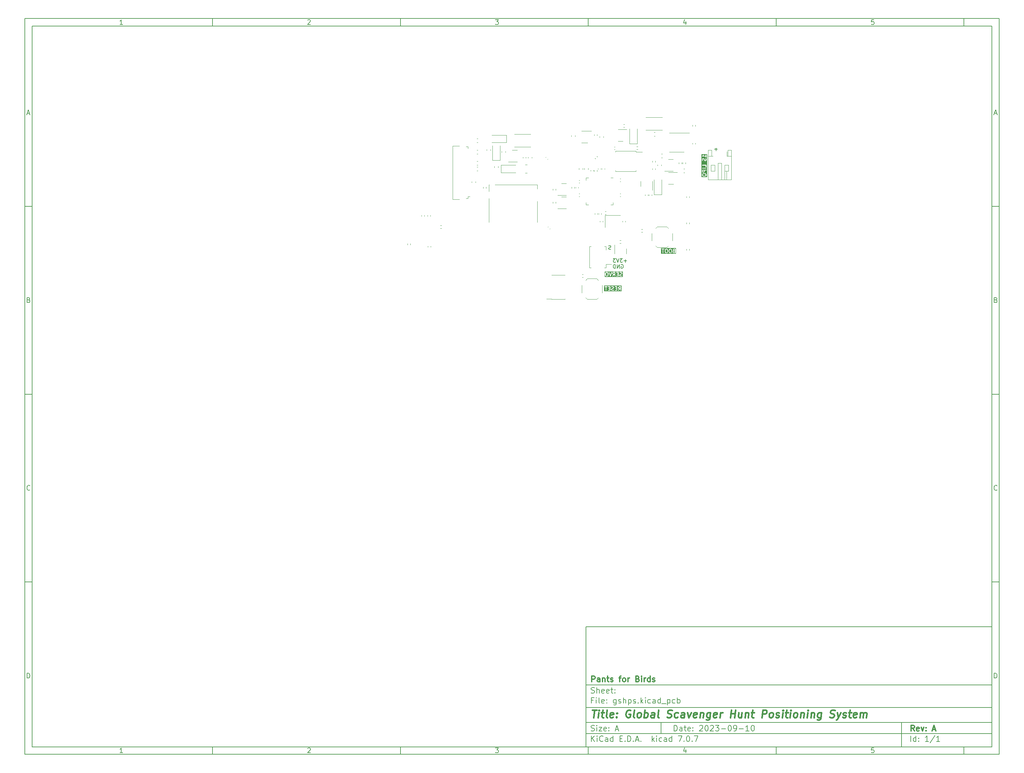
<source format=gbr>
%TF.GenerationSoftware,KiCad,Pcbnew,7.0.7*%
%TF.CreationDate,2023-09-15T21:11:31-07:00*%
%TF.ProjectId,gshps,67736870-732e-46b6-9963-61645f706362,A*%
%TF.SameCoordinates,Original*%
%TF.FileFunction,Legend,Bot*%
%TF.FilePolarity,Positive*%
%FSLAX46Y46*%
G04 Gerber Fmt 4.6, Leading zero omitted, Abs format (unit mm)*
G04 Created by KiCad (PCBNEW 7.0.7) date 2023-09-15 21:11:31*
%MOMM*%
%LPD*%
G01*
G04 APERTURE LIST*
%ADD10C,0.100000*%
%ADD11C,0.150000*%
%ADD12C,0.300000*%
%ADD13C,0.400000*%
%ADD14C,0.200000*%
%ADD15C,0.120000*%
G04 APERTURE END LIST*
D10*
D11*
X159400000Y-171900000D02*
X267400000Y-171900000D01*
X267400000Y-203900000D01*
X159400000Y-203900000D01*
X159400000Y-171900000D01*
D10*
D11*
X10000000Y-10000000D02*
X269400000Y-10000000D01*
X269400000Y-205900000D01*
X10000000Y-205900000D01*
X10000000Y-10000000D01*
D10*
D11*
X12000000Y-12000000D02*
X267400000Y-12000000D01*
X267400000Y-203900000D01*
X12000000Y-203900000D01*
X12000000Y-12000000D01*
D10*
D11*
X60000000Y-12000000D02*
X60000000Y-10000000D01*
D10*
D11*
X110000000Y-12000000D02*
X110000000Y-10000000D01*
D10*
D11*
X160000000Y-12000000D02*
X160000000Y-10000000D01*
D10*
D11*
X210000000Y-12000000D02*
X210000000Y-10000000D01*
D10*
D11*
X260000000Y-12000000D02*
X260000000Y-10000000D01*
D10*
D11*
X36089160Y-11593604D02*
X35346303Y-11593604D01*
X35717731Y-11593604D02*
X35717731Y-10293604D01*
X35717731Y-10293604D02*
X35593922Y-10479319D01*
X35593922Y-10479319D02*
X35470112Y-10603128D01*
X35470112Y-10603128D02*
X35346303Y-10665033D01*
D10*
D11*
X85346303Y-10417414D02*
X85408207Y-10355509D01*
X85408207Y-10355509D02*
X85532017Y-10293604D01*
X85532017Y-10293604D02*
X85841541Y-10293604D01*
X85841541Y-10293604D02*
X85965350Y-10355509D01*
X85965350Y-10355509D02*
X86027255Y-10417414D01*
X86027255Y-10417414D02*
X86089160Y-10541223D01*
X86089160Y-10541223D02*
X86089160Y-10665033D01*
X86089160Y-10665033D02*
X86027255Y-10850747D01*
X86027255Y-10850747D02*
X85284398Y-11593604D01*
X85284398Y-11593604D02*
X86089160Y-11593604D01*
D10*
D11*
X135284398Y-10293604D02*
X136089160Y-10293604D01*
X136089160Y-10293604D02*
X135655826Y-10788842D01*
X135655826Y-10788842D02*
X135841541Y-10788842D01*
X135841541Y-10788842D02*
X135965350Y-10850747D01*
X135965350Y-10850747D02*
X136027255Y-10912652D01*
X136027255Y-10912652D02*
X136089160Y-11036461D01*
X136089160Y-11036461D02*
X136089160Y-11345985D01*
X136089160Y-11345985D02*
X136027255Y-11469795D01*
X136027255Y-11469795D02*
X135965350Y-11531700D01*
X135965350Y-11531700D02*
X135841541Y-11593604D01*
X135841541Y-11593604D02*
X135470112Y-11593604D01*
X135470112Y-11593604D02*
X135346303Y-11531700D01*
X135346303Y-11531700D02*
X135284398Y-11469795D01*
D10*
D11*
X185965350Y-10726938D02*
X185965350Y-11593604D01*
X185655826Y-10231700D02*
X185346303Y-11160271D01*
X185346303Y-11160271D02*
X186151064Y-11160271D01*
D10*
D11*
X236027255Y-10293604D02*
X235408207Y-10293604D01*
X235408207Y-10293604D02*
X235346303Y-10912652D01*
X235346303Y-10912652D02*
X235408207Y-10850747D01*
X235408207Y-10850747D02*
X235532017Y-10788842D01*
X235532017Y-10788842D02*
X235841541Y-10788842D01*
X235841541Y-10788842D02*
X235965350Y-10850747D01*
X235965350Y-10850747D02*
X236027255Y-10912652D01*
X236027255Y-10912652D02*
X236089160Y-11036461D01*
X236089160Y-11036461D02*
X236089160Y-11345985D01*
X236089160Y-11345985D02*
X236027255Y-11469795D01*
X236027255Y-11469795D02*
X235965350Y-11531700D01*
X235965350Y-11531700D02*
X235841541Y-11593604D01*
X235841541Y-11593604D02*
X235532017Y-11593604D01*
X235532017Y-11593604D02*
X235408207Y-11531700D01*
X235408207Y-11531700D02*
X235346303Y-11469795D01*
D10*
D11*
X60000000Y-203900000D02*
X60000000Y-205900000D01*
D10*
D11*
X110000000Y-203900000D02*
X110000000Y-205900000D01*
D10*
D11*
X160000000Y-203900000D02*
X160000000Y-205900000D01*
D10*
D11*
X210000000Y-203900000D02*
X210000000Y-205900000D01*
D10*
D11*
X260000000Y-203900000D02*
X260000000Y-205900000D01*
D10*
D11*
X36089160Y-205493604D02*
X35346303Y-205493604D01*
X35717731Y-205493604D02*
X35717731Y-204193604D01*
X35717731Y-204193604D02*
X35593922Y-204379319D01*
X35593922Y-204379319D02*
X35470112Y-204503128D01*
X35470112Y-204503128D02*
X35346303Y-204565033D01*
D10*
D11*
X85346303Y-204317414D02*
X85408207Y-204255509D01*
X85408207Y-204255509D02*
X85532017Y-204193604D01*
X85532017Y-204193604D02*
X85841541Y-204193604D01*
X85841541Y-204193604D02*
X85965350Y-204255509D01*
X85965350Y-204255509D02*
X86027255Y-204317414D01*
X86027255Y-204317414D02*
X86089160Y-204441223D01*
X86089160Y-204441223D02*
X86089160Y-204565033D01*
X86089160Y-204565033D02*
X86027255Y-204750747D01*
X86027255Y-204750747D02*
X85284398Y-205493604D01*
X85284398Y-205493604D02*
X86089160Y-205493604D01*
D10*
D11*
X135284398Y-204193604D02*
X136089160Y-204193604D01*
X136089160Y-204193604D02*
X135655826Y-204688842D01*
X135655826Y-204688842D02*
X135841541Y-204688842D01*
X135841541Y-204688842D02*
X135965350Y-204750747D01*
X135965350Y-204750747D02*
X136027255Y-204812652D01*
X136027255Y-204812652D02*
X136089160Y-204936461D01*
X136089160Y-204936461D02*
X136089160Y-205245985D01*
X136089160Y-205245985D02*
X136027255Y-205369795D01*
X136027255Y-205369795D02*
X135965350Y-205431700D01*
X135965350Y-205431700D02*
X135841541Y-205493604D01*
X135841541Y-205493604D02*
X135470112Y-205493604D01*
X135470112Y-205493604D02*
X135346303Y-205431700D01*
X135346303Y-205431700D02*
X135284398Y-205369795D01*
D10*
D11*
X185965350Y-204626938D02*
X185965350Y-205493604D01*
X185655826Y-204131700D02*
X185346303Y-205060271D01*
X185346303Y-205060271D02*
X186151064Y-205060271D01*
D10*
D11*
X236027255Y-204193604D02*
X235408207Y-204193604D01*
X235408207Y-204193604D02*
X235346303Y-204812652D01*
X235346303Y-204812652D02*
X235408207Y-204750747D01*
X235408207Y-204750747D02*
X235532017Y-204688842D01*
X235532017Y-204688842D02*
X235841541Y-204688842D01*
X235841541Y-204688842D02*
X235965350Y-204750747D01*
X235965350Y-204750747D02*
X236027255Y-204812652D01*
X236027255Y-204812652D02*
X236089160Y-204936461D01*
X236089160Y-204936461D02*
X236089160Y-205245985D01*
X236089160Y-205245985D02*
X236027255Y-205369795D01*
X236027255Y-205369795D02*
X235965350Y-205431700D01*
X235965350Y-205431700D02*
X235841541Y-205493604D01*
X235841541Y-205493604D02*
X235532017Y-205493604D01*
X235532017Y-205493604D02*
X235408207Y-205431700D01*
X235408207Y-205431700D02*
X235346303Y-205369795D01*
D10*
D11*
X10000000Y-60000000D02*
X12000000Y-60000000D01*
D10*
D11*
X10000000Y-110000000D02*
X12000000Y-110000000D01*
D10*
D11*
X10000000Y-160000000D02*
X12000000Y-160000000D01*
D10*
D11*
X10690476Y-35222176D02*
X11309523Y-35222176D01*
X10566666Y-35593604D02*
X10999999Y-34293604D01*
X10999999Y-34293604D02*
X11433333Y-35593604D01*
D10*
D11*
X11092857Y-84912652D02*
X11278571Y-84974557D01*
X11278571Y-84974557D02*
X11340476Y-85036461D01*
X11340476Y-85036461D02*
X11402380Y-85160271D01*
X11402380Y-85160271D02*
X11402380Y-85345985D01*
X11402380Y-85345985D02*
X11340476Y-85469795D01*
X11340476Y-85469795D02*
X11278571Y-85531700D01*
X11278571Y-85531700D02*
X11154761Y-85593604D01*
X11154761Y-85593604D02*
X10659523Y-85593604D01*
X10659523Y-85593604D02*
X10659523Y-84293604D01*
X10659523Y-84293604D02*
X11092857Y-84293604D01*
X11092857Y-84293604D02*
X11216666Y-84355509D01*
X11216666Y-84355509D02*
X11278571Y-84417414D01*
X11278571Y-84417414D02*
X11340476Y-84541223D01*
X11340476Y-84541223D02*
X11340476Y-84665033D01*
X11340476Y-84665033D02*
X11278571Y-84788842D01*
X11278571Y-84788842D02*
X11216666Y-84850747D01*
X11216666Y-84850747D02*
X11092857Y-84912652D01*
X11092857Y-84912652D02*
X10659523Y-84912652D01*
D10*
D11*
X11402380Y-135469795D02*
X11340476Y-135531700D01*
X11340476Y-135531700D02*
X11154761Y-135593604D01*
X11154761Y-135593604D02*
X11030952Y-135593604D01*
X11030952Y-135593604D02*
X10845238Y-135531700D01*
X10845238Y-135531700D02*
X10721428Y-135407890D01*
X10721428Y-135407890D02*
X10659523Y-135284080D01*
X10659523Y-135284080D02*
X10597619Y-135036461D01*
X10597619Y-135036461D02*
X10597619Y-134850747D01*
X10597619Y-134850747D02*
X10659523Y-134603128D01*
X10659523Y-134603128D02*
X10721428Y-134479319D01*
X10721428Y-134479319D02*
X10845238Y-134355509D01*
X10845238Y-134355509D02*
X11030952Y-134293604D01*
X11030952Y-134293604D02*
X11154761Y-134293604D01*
X11154761Y-134293604D02*
X11340476Y-134355509D01*
X11340476Y-134355509D02*
X11402380Y-134417414D01*
D10*
D11*
X10659523Y-185593604D02*
X10659523Y-184293604D01*
X10659523Y-184293604D02*
X10969047Y-184293604D01*
X10969047Y-184293604D02*
X11154761Y-184355509D01*
X11154761Y-184355509D02*
X11278571Y-184479319D01*
X11278571Y-184479319D02*
X11340476Y-184603128D01*
X11340476Y-184603128D02*
X11402380Y-184850747D01*
X11402380Y-184850747D02*
X11402380Y-185036461D01*
X11402380Y-185036461D02*
X11340476Y-185284080D01*
X11340476Y-185284080D02*
X11278571Y-185407890D01*
X11278571Y-185407890D02*
X11154761Y-185531700D01*
X11154761Y-185531700D02*
X10969047Y-185593604D01*
X10969047Y-185593604D02*
X10659523Y-185593604D01*
D10*
D11*
X269400000Y-60000000D02*
X267400000Y-60000000D01*
D10*
D11*
X269400000Y-110000000D02*
X267400000Y-110000000D01*
D10*
D11*
X269400000Y-160000000D02*
X267400000Y-160000000D01*
D10*
D11*
X268090476Y-35222176D02*
X268709523Y-35222176D01*
X267966666Y-35593604D02*
X268399999Y-34293604D01*
X268399999Y-34293604D02*
X268833333Y-35593604D01*
D10*
D11*
X268492857Y-84912652D02*
X268678571Y-84974557D01*
X268678571Y-84974557D02*
X268740476Y-85036461D01*
X268740476Y-85036461D02*
X268802380Y-85160271D01*
X268802380Y-85160271D02*
X268802380Y-85345985D01*
X268802380Y-85345985D02*
X268740476Y-85469795D01*
X268740476Y-85469795D02*
X268678571Y-85531700D01*
X268678571Y-85531700D02*
X268554761Y-85593604D01*
X268554761Y-85593604D02*
X268059523Y-85593604D01*
X268059523Y-85593604D02*
X268059523Y-84293604D01*
X268059523Y-84293604D02*
X268492857Y-84293604D01*
X268492857Y-84293604D02*
X268616666Y-84355509D01*
X268616666Y-84355509D02*
X268678571Y-84417414D01*
X268678571Y-84417414D02*
X268740476Y-84541223D01*
X268740476Y-84541223D02*
X268740476Y-84665033D01*
X268740476Y-84665033D02*
X268678571Y-84788842D01*
X268678571Y-84788842D02*
X268616666Y-84850747D01*
X268616666Y-84850747D02*
X268492857Y-84912652D01*
X268492857Y-84912652D02*
X268059523Y-84912652D01*
D10*
D11*
X268802380Y-135469795D02*
X268740476Y-135531700D01*
X268740476Y-135531700D02*
X268554761Y-135593604D01*
X268554761Y-135593604D02*
X268430952Y-135593604D01*
X268430952Y-135593604D02*
X268245238Y-135531700D01*
X268245238Y-135531700D02*
X268121428Y-135407890D01*
X268121428Y-135407890D02*
X268059523Y-135284080D01*
X268059523Y-135284080D02*
X267997619Y-135036461D01*
X267997619Y-135036461D02*
X267997619Y-134850747D01*
X267997619Y-134850747D02*
X268059523Y-134603128D01*
X268059523Y-134603128D02*
X268121428Y-134479319D01*
X268121428Y-134479319D02*
X268245238Y-134355509D01*
X268245238Y-134355509D02*
X268430952Y-134293604D01*
X268430952Y-134293604D02*
X268554761Y-134293604D01*
X268554761Y-134293604D02*
X268740476Y-134355509D01*
X268740476Y-134355509D02*
X268802380Y-134417414D01*
D10*
D11*
X268059523Y-185593604D02*
X268059523Y-184293604D01*
X268059523Y-184293604D02*
X268369047Y-184293604D01*
X268369047Y-184293604D02*
X268554761Y-184355509D01*
X268554761Y-184355509D02*
X268678571Y-184479319D01*
X268678571Y-184479319D02*
X268740476Y-184603128D01*
X268740476Y-184603128D02*
X268802380Y-184850747D01*
X268802380Y-184850747D02*
X268802380Y-185036461D01*
X268802380Y-185036461D02*
X268740476Y-185284080D01*
X268740476Y-185284080D02*
X268678571Y-185407890D01*
X268678571Y-185407890D02*
X268554761Y-185531700D01*
X268554761Y-185531700D02*
X268369047Y-185593604D01*
X268369047Y-185593604D02*
X268059523Y-185593604D01*
D10*
D11*
X182855826Y-199686128D02*
X182855826Y-198186128D01*
X182855826Y-198186128D02*
X183212969Y-198186128D01*
X183212969Y-198186128D02*
X183427255Y-198257557D01*
X183427255Y-198257557D02*
X183570112Y-198400414D01*
X183570112Y-198400414D02*
X183641541Y-198543271D01*
X183641541Y-198543271D02*
X183712969Y-198828985D01*
X183712969Y-198828985D02*
X183712969Y-199043271D01*
X183712969Y-199043271D02*
X183641541Y-199328985D01*
X183641541Y-199328985D02*
X183570112Y-199471842D01*
X183570112Y-199471842D02*
X183427255Y-199614700D01*
X183427255Y-199614700D02*
X183212969Y-199686128D01*
X183212969Y-199686128D02*
X182855826Y-199686128D01*
X184998684Y-199686128D02*
X184998684Y-198900414D01*
X184998684Y-198900414D02*
X184927255Y-198757557D01*
X184927255Y-198757557D02*
X184784398Y-198686128D01*
X184784398Y-198686128D02*
X184498684Y-198686128D01*
X184498684Y-198686128D02*
X184355826Y-198757557D01*
X184998684Y-199614700D02*
X184855826Y-199686128D01*
X184855826Y-199686128D02*
X184498684Y-199686128D01*
X184498684Y-199686128D02*
X184355826Y-199614700D01*
X184355826Y-199614700D02*
X184284398Y-199471842D01*
X184284398Y-199471842D02*
X184284398Y-199328985D01*
X184284398Y-199328985D02*
X184355826Y-199186128D01*
X184355826Y-199186128D02*
X184498684Y-199114700D01*
X184498684Y-199114700D02*
X184855826Y-199114700D01*
X184855826Y-199114700D02*
X184998684Y-199043271D01*
X185498684Y-198686128D02*
X186070112Y-198686128D01*
X185712969Y-198186128D02*
X185712969Y-199471842D01*
X185712969Y-199471842D02*
X185784398Y-199614700D01*
X185784398Y-199614700D02*
X185927255Y-199686128D01*
X185927255Y-199686128D02*
X186070112Y-199686128D01*
X187141541Y-199614700D02*
X186998684Y-199686128D01*
X186998684Y-199686128D02*
X186712970Y-199686128D01*
X186712970Y-199686128D02*
X186570112Y-199614700D01*
X186570112Y-199614700D02*
X186498684Y-199471842D01*
X186498684Y-199471842D02*
X186498684Y-198900414D01*
X186498684Y-198900414D02*
X186570112Y-198757557D01*
X186570112Y-198757557D02*
X186712970Y-198686128D01*
X186712970Y-198686128D02*
X186998684Y-198686128D01*
X186998684Y-198686128D02*
X187141541Y-198757557D01*
X187141541Y-198757557D02*
X187212970Y-198900414D01*
X187212970Y-198900414D02*
X187212970Y-199043271D01*
X187212970Y-199043271D02*
X186498684Y-199186128D01*
X187855826Y-199543271D02*
X187927255Y-199614700D01*
X187927255Y-199614700D02*
X187855826Y-199686128D01*
X187855826Y-199686128D02*
X187784398Y-199614700D01*
X187784398Y-199614700D02*
X187855826Y-199543271D01*
X187855826Y-199543271D02*
X187855826Y-199686128D01*
X187855826Y-198757557D02*
X187927255Y-198828985D01*
X187927255Y-198828985D02*
X187855826Y-198900414D01*
X187855826Y-198900414D02*
X187784398Y-198828985D01*
X187784398Y-198828985D02*
X187855826Y-198757557D01*
X187855826Y-198757557D02*
X187855826Y-198900414D01*
X189641541Y-198328985D02*
X189712969Y-198257557D01*
X189712969Y-198257557D02*
X189855827Y-198186128D01*
X189855827Y-198186128D02*
X190212969Y-198186128D01*
X190212969Y-198186128D02*
X190355827Y-198257557D01*
X190355827Y-198257557D02*
X190427255Y-198328985D01*
X190427255Y-198328985D02*
X190498684Y-198471842D01*
X190498684Y-198471842D02*
X190498684Y-198614700D01*
X190498684Y-198614700D02*
X190427255Y-198828985D01*
X190427255Y-198828985D02*
X189570112Y-199686128D01*
X189570112Y-199686128D02*
X190498684Y-199686128D01*
X191427255Y-198186128D02*
X191570112Y-198186128D01*
X191570112Y-198186128D02*
X191712969Y-198257557D01*
X191712969Y-198257557D02*
X191784398Y-198328985D01*
X191784398Y-198328985D02*
X191855826Y-198471842D01*
X191855826Y-198471842D02*
X191927255Y-198757557D01*
X191927255Y-198757557D02*
X191927255Y-199114700D01*
X191927255Y-199114700D02*
X191855826Y-199400414D01*
X191855826Y-199400414D02*
X191784398Y-199543271D01*
X191784398Y-199543271D02*
X191712969Y-199614700D01*
X191712969Y-199614700D02*
X191570112Y-199686128D01*
X191570112Y-199686128D02*
X191427255Y-199686128D01*
X191427255Y-199686128D02*
X191284398Y-199614700D01*
X191284398Y-199614700D02*
X191212969Y-199543271D01*
X191212969Y-199543271D02*
X191141540Y-199400414D01*
X191141540Y-199400414D02*
X191070112Y-199114700D01*
X191070112Y-199114700D02*
X191070112Y-198757557D01*
X191070112Y-198757557D02*
X191141540Y-198471842D01*
X191141540Y-198471842D02*
X191212969Y-198328985D01*
X191212969Y-198328985D02*
X191284398Y-198257557D01*
X191284398Y-198257557D02*
X191427255Y-198186128D01*
X192498683Y-198328985D02*
X192570111Y-198257557D01*
X192570111Y-198257557D02*
X192712969Y-198186128D01*
X192712969Y-198186128D02*
X193070111Y-198186128D01*
X193070111Y-198186128D02*
X193212969Y-198257557D01*
X193212969Y-198257557D02*
X193284397Y-198328985D01*
X193284397Y-198328985D02*
X193355826Y-198471842D01*
X193355826Y-198471842D02*
X193355826Y-198614700D01*
X193355826Y-198614700D02*
X193284397Y-198828985D01*
X193284397Y-198828985D02*
X192427254Y-199686128D01*
X192427254Y-199686128D02*
X193355826Y-199686128D01*
X193855825Y-198186128D02*
X194784397Y-198186128D01*
X194784397Y-198186128D02*
X194284397Y-198757557D01*
X194284397Y-198757557D02*
X194498682Y-198757557D01*
X194498682Y-198757557D02*
X194641540Y-198828985D01*
X194641540Y-198828985D02*
X194712968Y-198900414D01*
X194712968Y-198900414D02*
X194784397Y-199043271D01*
X194784397Y-199043271D02*
X194784397Y-199400414D01*
X194784397Y-199400414D02*
X194712968Y-199543271D01*
X194712968Y-199543271D02*
X194641540Y-199614700D01*
X194641540Y-199614700D02*
X194498682Y-199686128D01*
X194498682Y-199686128D02*
X194070111Y-199686128D01*
X194070111Y-199686128D02*
X193927254Y-199614700D01*
X193927254Y-199614700D02*
X193855825Y-199543271D01*
X195427253Y-199114700D02*
X196570111Y-199114700D01*
X197570111Y-198186128D02*
X197712968Y-198186128D01*
X197712968Y-198186128D02*
X197855825Y-198257557D01*
X197855825Y-198257557D02*
X197927254Y-198328985D01*
X197927254Y-198328985D02*
X197998682Y-198471842D01*
X197998682Y-198471842D02*
X198070111Y-198757557D01*
X198070111Y-198757557D02*
X198070111Y-199114700D01*
X198070111Y-199114700D02*
X197998682Y-199400414D01*
X197998682Y-199400414D02*
X197927254Y-199543271D01*
X197927254Y-199543271D02*
X197855825Y-199614700D01*
X197855825Y-199614700D02*
X197712968Y-199686128D01*
X197712968Y-199686128D02*
X197570111Y-199686128D01*
X197570111Y-199686128D02*
X197427254Y-199614700D01*
X197427254Y-199614700D02*
X197355825Y-199543271D01*
X197355825Y-199543271D02*
X197284396Y-199400414D01*
X197284396Y-199400414D02*
X197212968Y-199114700D01*
X197212968Y-199114700D02*
X197212968Y-198757557D01*
X197212968Y-198757557D02*
X197284396Y-198471842D01*
X197284396Y-198471842D02*
X197355825Y-198328985D01*
X197355825Y-198328985D02*
X197427254Y-198257557D01*
X197427254Y-198257557D02*
X197570111Y-198186128D01*
X198784396Y-199686128D02*
X199070110Y-199686128D01*
X199070110Y-199686128D02*
X199212967Y-199614700D01*
X199212967Y-199614700D02*
X199284396Y-199543271D01*
X199284396Y-199543271D02*
X199427253Y-199328985D01*
X199427253Y-199328985D02*
X199498682Y-199043271D01*
X199498682Y-199043271D02*
X199498682Y-198471842D01*
X199498682Y-198471842D02*
X199427253Y-198328985D01*
X199427253Y-198328985D02*
X199355825Y-198257557D01*
X199355825Y-198257557D02*
X199212967Y-198186128D01*
X199212967Y-198186128D02*
X198927253Y-198186128D01*
X198927253Y-198186128D02*
X198784396Y-198257557D01*
X198784396Y-198257557D02*
X198712967Y-198328985D01*
X198712967Y-198328985D02*
X198641539Y-198471842D01*
X198641539Y-198471842D02*
X198641539Y-198828985D01*
X198641539Y-198828985D02*
X198712967Y-198971842D01*
X198712967Y-198971842D02*
X198784396Y-199043271D01*
X198784396Y-199043271D02*
X198927253Y-199114700D01*
X198927253Y-199114700D02*
X199212967Y-199114700D01*
X199212967Y-199114700D02*
X199355825Y-199043271D01*
X199355825Y-199043271D02*
X199427253Y-198971842D01*
X199427253Y-198971842D02*
X199498682Y-198828985D01*
X200141538Y-199114700D02*
X201284396Y-199114700D01*
X202784396Y-199686128D02*
X201927253Y-199686128D01*
X202355824Y-199686128D02*
X202355824Y-198186128D01*
X202355824Y-198186128D02*
X202212967Y-198400414D01*
X202212967Y-198400414D02*
X202070110Y-198543271D01*
X202070110Y-198543271D02*
X201927253Y-198614700D01*
X203712967Y-198186128D02*
X203855824Y-198186128D01*
X203855824Y-198186128D02*
X203998681Y-198257557D01*
X203998681Y-198257557D02*
X204070110Y-198328985D01*
X204070110Y-198328985D02*
X204141538Y-198471842D01*
X204141538Y-198471842D02*
X204212967Y-198757557D01*
X204212967Y-198757557D02*
X204212967Y-199114700D01*
X204212967Y-199114700D02*
X204141538Y-199400414D01*
X204141538Y-199400414D02*
X204070110Y-199543271D01*
X204070110Y-199543271D02*
X203998681Y-199614700D01*
X203998681Y-199614700D02*
X203855824Y-199686128D01*
X203855824Y-199686128D02*
X203712967Y-199686128D01*
X203712967Y-199686128D02*
X203570110Y-199614700D01*
X203570110Y-199614700D02*
X203498681Y-199543271D01*
X203498681Y-199543271D02*
X203427252Y-199400414D01*
X203427252Y-199400414D02*
X203355824Y-199114700D01*
X203355824Y-199114700D02*
X203355824Y-198757557D01*
X203355824Y-198757557D02*
X203427252Y-198471842D01*
X203427252Y-198471842D02*
X203498681Y-198328985D01*
X203498681Y-198328985D02*
X203570110Y-198257557D01*
X203570110Y-198257557D02*
X203712967Y-198186128D01*
D10*
D11*
X159400000Y-200400000D02*
X267400000Y-200400000D01*
D10*
D11*
X160855826Y-202486128D02*
X160855826Y-200986128D01*
X161712969Y-202486128D02*
X161070112Y-201628985D01*
X161712969Y-200986128D02*
X160855826Y-201843271D01*
X162355826Y-202486128D02*
X162355826Y-201486128D01*
X162355826Y-200986128D02*
X162284398Y-201057557D01*
X162284398Y-201057557D02*
X162355826Y-201128985D01*
X162355826Y-201128985D02*
X162427255Y-201057557D01*
X162427255Y-201057557D02*
X162355826Y-200986128D01*
X162355826Y-200986128D02*
X162355826Y-201128985D01*
X163927255Y-202343271D02*
X163855827Y-202414700D01*
X163855827Y-202414700D02*
X163641541Y-202486128D01*
X163641541Y-202486128D02*
X163498684Y-202486128D01*
X163498684Y-202486128D02*
X163284398Y-202414700D01*
X163284398Y-202414700D02*
X163141541Y-202271842D01*
X163141541Y-202271842D02*
X163070112Y-202128985D01*
X163070112Y-202128985D02*
X162998684Y-201843271D01*
X162998684Y-201843271D02*
X162998684Y-201628985D01*
X162998684Y-201628985D02*
X163070112Y-201343271D01*
X163070112Y-201343271D02*
X163141541Y-201200414D01*
X163141541Y-201200414D02*
X163284398Y-201057557D01*
X163284398Y-201057557D02*
X163498684Y-200986128D01*
X163498684Y-200986128D02*
X163641541Y-200986128D01*
X163641541Y-200986128D02*
X163855827Y-201057557D01*
X163855827Y-201057557D02*
X163927255Y-201128985D01*
X165212970Y-202486128D02*
X165212970Y-201700414D01*
X165212970Y-201700414D02*
X165141541Y-201557557D01*
X165141541Y-201557557D02*
X164998684Y-201486128D01*
X164998684Y-201486128D02*
X164712970Y-201486128D01*
X164712970Y-201486128D02*
X164570112Y-201557557D01*
X165212970Y-202414700D02*
X165070112Y-202486128D01*
X165070112Y-202486128D02*
X164712970Y-202486128D01*
X164712970Y-202486128D02*
X164570112Y-202414700D01*
X164570112Y-202414700D02*
X164498684Y-202271842D01*
X164498684Y-202271842D02*
X164498684Y-202128985D01*
X164498684Y-202128985D02*
X164570112Y-201986128D01*
X164570112Y-201986128D02*
X164712970Y-201914700D01*
X164712970Y-201914700D02*
X165070112Y-201914700D01*
X165070112Y-201914700D02*
X165212970Y-201843271D01*
X166570113Y-202486128D02*
X166570113Y-200986128D01*
X166570113Y-202414700D02*
X166427255Y-202486128D01*
X166427255Y-202486128D02*
X166141541Y-202486128D01*
X166141541Y-202486128D02*
X165998684Y-202414700D01*
X165998684Y-202414700D02*
X165927255Y-202343271D01*
X165927255Y-202343271D02*
X165855827Y-202200414D01*
X165855827Y-202200414D02*
X165855827Y-201771842D01*
X165855827Y-201771842D02*
X165927255Y-201628985D01*
X165927255Y-201628985D02*
X165998684Y-201557557D01*
X165998684Y-201557557D02*
X166141541Y-201486128D01*
X166141541Y-201486128D02*
X166427255Y-201486128D01*
X166427255Y-201486128D02*
X166570113Y-201557557D01*
X168427255Y-201700414D02*
X168927255Y-201700414D01*
X169141541Y-202486128D02*
X168427255Y-202486128D01*
X168427255Y-202486128D02*
X168427255Y-200986128D01*
X168427255Y-200986128D02*
X169141541Y-200986128D01*
X169784398Y-202343271D02*
X169855827Y-202414700D01*
X169855827Y-202414700D02*
X169784398Y-202486128D01*
X169784398Y-202486128D02*
X169712970Y-202414700D01*
X169712970Y-202414700D02*
X169784398Y-202343271D01*
X169784398Y-202343271D02*
X169784398Y-202486128D01*
X170498684Y-202486128D02*
X170498684Y-200986128D01*
X170498684Y-200986128D02*
X170855827Y-200986128D01*
X170855827Y-200986128D02*
X171070113Y-201057557D01*
X171070113Y-201057557D02*
X171212970Y-201200414D01*
X171212970Y-201200414D02*
X171284399Y-201343271D01*
X171284399Y-201343271D02*
X171355827Y-201628985D01*
X171355827Y-201628985D02*
X171355827Y-201843271D01*
X171355827Y-201843271D02*
X171284399Y-202128985D01*
X171284399Y-202128985D02*
X171212970Y-202271842D01*
X171212970Y-202271842D02*
X171070113Y-202414700D01*
X171070113Y-202414700D02*
X170855827Y-202486128D01*
X170855827Y-202486128D02*
X170498684Y-202486128D01*
X171998684Y-202343271D02*
X172070113Y-202414700D01*
X172070113Y-202414700D02*
X171998684Y-202486128D01*
X171998684Y-202486128D02*
X171927256Y-202414700D01*
X171927256Y-202414700D02*
X171998684Y-202343271D01*
X171998684Y-202343271D02*
X171998684Y-202486128D01*
X172641542Y-202057557D02*
X173355828Y-202057557D01*
X172498685Y-202486128D02*
X172998685Y-200986128D01*
X172998685Y-200986128D02*
X173498685Y-202486128D01*
X173998684Y-202343271D02*
X174070113Y-202414700D01*
X174070113Y-202414700D02*
X173998684Y-202486128D01*
X173998684Y-202486128D02*
X173927256Y-202414700D01*
X173927256Y-202414700D02*
X173998684Y-202343271D01*
X173998684Y-202343271D02*
X173998684Y-202486128D01*
X176998684Y-202486128D02*
X176998684Y-200986128D01*
X177141542Y-201914700D02*
X177570113Y-202486128D01*
X177570113Y-201486128D02*
X176998684Y-202057557D01*
X178212970Y-202486128D02*
X178212970Y-201486128D01*
X178212970Y-200986128D02*
X178141542Y-201057557D01*
X178141542Y-201057557D02*
X178212970Y-201128985D01*
X178212970Y-201128985D02*
X178284399Y-201057557D01*
X178284399Y-201057557D02*
X178212970Y-200986128D01*
X178212970Y-200986128D02*
X178212970Y-201128985D01*
X179570114Y-202414700D02*
X179427256Y-202486128D01*
X179427256Y-202486128D02*
X179141542Y-202486128D01*
X179141542Y-202486128D02*
X178998685Y-202414700D01*
X178998685Y-202414700D02*
X178927256Y-202343271D01*
X178927256Y-202343271D02*
X178855828Y-202200414D01*
X178855828Y-202200414D02*
X178855828Y-201771842D01*
X178855828Y-201771842D02*
X178927256Y-201628985D01*
X178927256Y-201628985D02*
X178998685Y-201557557D01*
X178998685Y-201557557D02*
X179141542Y-201486128D01*
X179141542Y-201486128D02*
X179427256Y-201486128D01*
X179427256Y-201486128D02*
X179570114Y-201557557D01*
X180855828Y-202486128D02*
X180855828Y-201700414D01*
X180855828Y-201700414D02*
X180784399Y-201557557D01*
X180784399Y-201557557D02*
X180641542Y-201486128D01*
X180641542Y-201486128D02*
X180355828Y-201486128D01*
X180355828Y-201486128D02*
X180212970Y-201557557D01*
X180855828Y-202414700D02*
X180712970Y-202486128D01*
X180712970Y-202486128D02*
X180355828Y-202486128D01*
X180355828Y-202486128D02*
X180212970Y-202414700D01*
X180212970Y-202414700D02*
X180141542Y-202271842D01*
X180141542Y-202271842D02*
X180141542Y-202128985D01*
X180141542Y-202128985D02*
X180212970Y-201986128D01*
X180212970Y-201986128D02*
X180355828Y-201914700D01*
X180355828Y-201914700D02*
X180712970Y-201914700D01*
X180712970Y-201914700D02*
X180855828Y-201843271D01*
X182212971Y-202486128D02*
X182212971Y-200986128D01*
X182212971Y-202414700D02*
X182070113Y-202486128D01*
X182070113Y-202486128D02*
X181784399Y-202486128D01*
X181784399Y-202486128D02*
X181641542Y-202414700D01*
X181641542Y-202414700D02*
X181570113Y-202343271D01*
X181570113Y-202343271D02*
X181498685Y-202200414D01*
X181498685Y-202200414D02*
X181498685Y-201771842D01*
X181498685Y-201771842D02*
X181570113Y-201628985D01*
X181570113Y-201628985D02*
X181641542Y-201557557D01*
X181641542Y-201557557D02*
X181784399Y-201486128D01*
X181784399Y-201486128D02*
X182070113Y-201486128D01*
X182070113Y-201486128D02*
X182212971Y-201557557D01*
X183927256Y-200986128D02*
X184927256Y-200986128D01*
X184927256Y-200986128D02*
X184284399Y-202486128D01*
X185498684Y-202343271D02*
X185570113Y-202414700D01*
X185570113Y-202414700D02*
X185498684Y-202486128D01*
X185498684Y-202486128D02*
X185427256Y-202414700D01*
X185427256Y-202414700D02*
X185498684Y-202343271D01*
X185498684Y-202343271D02*
X185498684Y-202486128D01*
X186498685Y-200986128D02*
X186641542Y-200986128D01*
X186641542Y-200986128D02*
X186784399Y-201057557D01*
X186784399Y-201057557D02*
X186855828Y-201128985D01*
X186855828Y-201128985D02*
X186927256Y-201271842D01*
X186927256Y-201271842D02*
X186998685Y-201557557D01*
X186998685Y-201557557D02*
X186998685Y-201914700D01*
X186998685Y-201914700D02*
X186927256Y-202200414D01*
X186927256Y-202200414D02*
X186855828Y-202343271D01*
X186855828Y-202343271D02*
X186784399Y-202414700D01*
X186784399Y-202414700D02*
X186641542Y-202486128D01*
X186641542Y-202486128D02*
X186498685Y-202486128D01*
X186498685Y-202486128D02*
X186355828Y-202414700D01*
X186355828Y-202414700D02*
X186284399Y-202343271D01*
X186284399Y-202343271D02*
X186212970Y-202200414D01*
X186212970Y-202200414D02*
X186141542Y-201914700D01*
X186141542Y-201914700D02*
X186141542Y-201557557D01*
X186141542Y-201557557D02*
X186212970Y-201271842D01*
X186212970Y-201271842D02*
X186284399Y-201128985D01*
X186284399Y-201128985D02*
X186355828Y-201057557D01*
X186355828Y-201057557D02*
X186498685Y-200986128D01*
X187641541Y-202343271D02*
X187712970Y-202414700D01*
X187712970Y-202414700D02*
X187641541Y-202486128D01*
X187641541Y-202486128D02*
X187570113Y-202414700D01*
X187570113Y-202414700D02*
X187641541Y-202343271D01*
X187641541Y-202343271D02*
X187641541Y-202486128D01*
X188212970Y-200986128D02*
X189212970Y-200986128D01*
X189212970Y-200986128D02*
X188570113Y-202486128D01*
D10*
D11*
X159400000Y-197400000D02*
X267400000Y-197400000D01*
D10*
D12*
X246811653Y-199678328D02*
X246311653Y-198964042D01*
X245954510Y-199678328D02*
X245954510Y-198178328D01*
X245954510Y-198178328D02*
X246525939Y-198178328D01*
X246525939Y-198178328D02*
X246668796Y-198249757D01*
X246668796Y-198249757D02*
X246740225Y-198321185D01*
X246740225Y-198321185D02*
X246811653Y-198464042D01*
X246811653Y-198464042D02*
X246811653Y-198678328D01*
X246811653Y-198678328D02*
X246740225Y-198821185D01*
X246740225Y-198821185D02*
X246668796Y-198892614D01*
X246668796Y-198892614D02*
X246525939Y-198964042D01*
X246525939Y-198964042D02*
X245954510Y-198964042D01*
X248025939Y-199606900D02*
X247883082Y-199678328D01*
X247883082Y-199678328D02*
X247597368Y-199678328D01*
X247597368Y-199678328D02*
X247454510Y-199606900D01*
X247454510Y-199606900D02*
X247383082Y-199464042D01*
X247383082Y-199464042D02*
X247383082Y-198892614D01*
X247383082Y-198892614D02*
X247454510Y-198749757D01*
X247454510Y-198749757D02*
X247597368Y-198678328D01*
X247597368Y-198678328D02*
X247883082Y-198678328D01*
X247883082Y-198678328D02*
X248025939Y-198749757D01*
X248025939Y-198749757D02*
X248097368Y-198892614D01*
X248097368Y-198892614D02*
X248097368Y-199035471D01*
X248097368Y-199035471D02*
X247383082Y-199178328D01*
X248597367Y-198678328D02*
X248954510Y-199678328D01*
X248954510Y-199678328D02*
X249311653Y-198678328D01*
X249883081Y-199535471D02*
X249954510Y-199606900D01*
X249954510Y-199606900D02*
X249883081Y-199678328D01*
X249883081Y-199678328D02*
X249811653Y-199606900D01*
X249811653Y-199606900D02*
X249883081Y-199535471D01*
X249883081Y-199535471D02*
X249883081Y-199678328D01*
X249883081Y-198749757D02*
X249954510Y-198821185D01*
X249954510Y-198821185D02*
X249883081Y-198892614D01*
X249883081Y-198892614D02*
X249811653Y-198821185D01*
X249811653Y-198821185D02*
X249883081Y-198749757D01*
X249883081Y-198749757D02*
X249883081Y-198892614D01*
X251668796Y-199249757D02*
X252383082Y-199249757D01*
X251525939Y-199678328D02*
X252025939Y-198178328D01*
X252025939Y-198178328D02*
X252525939Y-199678328D01*
D10*
D11*
X160784398Y-199614700D02*
X160998684Y-199686128D01*
X160998684Y-199686128D02*
X161355826Y-199686128D01*
X161355826Y-199686128D02*
X161498684Y-199614700D01*
X161498684Y-199614700D02*
X161570112Y-199543271D01*
X161570112Y-199543271D02*
X161641541Y-199400414D01*
X161641541Y-199400414D02*
X161641541Y-199257557D01*
X161641541Y-199257557D02*
X161570112Y-199114700D01*
X161570112Y-199114700D02*
X161498684Y-199043271D01*
X161498684Y-199043271D02*
X161355826Y-198971842D01*
X161355826Y-198971842D02*
X161070112Y-198900414D01*
X161070112Y-198900414D02*
X160927255Y-198828985D01*
X160927255Y-198828985D02*
X160855826Y-198757557D01*
X160855826Y-198757557D02*
X160784398Y-198614700D01*
X160784398Y-198614700D02*
X160784398Y-198471842D01*
X160784398Y-198471842D02*
X160855826Y-198328985D01*
X160855826Y-198328985D02*
X160927255Y-198257557D01*
X160927255Y-198257557D02*
X161070112Y-198186128D01*
X161070112Y-198186128D02*
X161427255Y-198186128D01*
X161427255Y-198186128D02*
X161641541Y-198257557D01*
X162284397Y-199686128D02*
X162284397Y-198686128D01*
X162284397Y-198186128D02*
X162212969Y-198257557D01*
X162212969Y-198257557D02*
X162284397Y-198328985D01*
X162284397Y-198328985D02*
X162355826Y-198257557D01*
X162355826Y-198257557D02*
X162284397Y-198186128D01*
X162284397Y-198186128D02*
X162284397Y-198328985D01*
X162855826Y-198686128D02*
X163641541Y-198686128D01*
X163641541Y-198686128D02*
X162855826Y-199686128D01*
X162855826Y-199686128D02*
X163641541Y-199686128D01*
X164784398Y-199614700D02*
X164641541Y-199686128D01*
X164641541Y-199686128D02*
X164355827Y-199686128D01*
X164355827Y-199686128D02*
X164212969Y-199614700D01*
X164212969Y-199614700D02*
X164141541Y-199471842D01*
X164141541Y-199471842D02*
X164141541Y-198900414D01*
X164141541Y-198900414D02*
X164212969Y-198757557D01*
X164212969Y-198757557D02*
X164355827Y-198686128D01*
X164355827Y-198686128D02*
X164641541Y-198686128D01*
X164641541Y-198686128D02*
X164784398Y-198757557D01*
X164784398Y-198757557D02*
X164855827Y-198900414D01*
X164855827Y-198900414D02*
X164855827Y-199043271D01*
X164855827Y-199043271D02*
X164141541Y-199186128D01*
X165498683Y-199543271D02*
X165570112Y-199614700D01*
X165570112Y-199614700D02*
X165498683Y-199686128D01*
X165498683Y-199686128D02*
X165427255Y-199614700D01*
X165427255Y-199614700D02*
X165498683Y-199543271D01*
X165498683Y-199543271D02*
X165498683Y-199686128D01*
X165498683Y-198757557D02*
X165570112Y-198828985D01*
X165570112Y-198828985D02*
X165498683Y-198900414D01*
X165498683Y-198900414D02*
X165427255Y-198828985D01*
X165427255Y-198828985D02*
X165498683Y-198757557D01*
X165498683Y-198757557D02*
X165498683Y-198900414D01*
X167284398Y-199257557D02*
X167998684Y-199257557D01*
X167141541Y-199686128D02*
X167641541Y-198186128D01*
X167641541Y-198186128D02*
X168141541Y-199686128D01*
D10*
D11*
X245855826Y-202486128D02*
X245855826Y-200986128D01*
X247212970Y-202486128D02*
X247212970Y-200986128D01*
X247212970Y-202414700D02*
X247070112Y-202486128D01*
X247070112Y-202486128D02*
X246784398Y-202486128D01*
X246784398Y-202486128D02*
X246641541Y-202414700D01*
X246641541Y-202414700D02*
X246570112Y-202343271D01*
X246570112Y-202343271D02*
X246498684Y-202200414D01*
X246498684Y-202200414D02*
X246498684Y-201771842D01*
X246498684Y-201771842D02*
X246570112Y-201628985D01*
X246570112Y-201628985D02*
X246641541Y-201557557D01*
X246641541Y-201557557D02*
X246784398Y-201486128D01*
X246784398Y-201486128D02*
X247070112Y-201486128D01*
X247070112Y-201486128D02*
X247212970Y-201557557D01*
X247927255Y-202343271D02*
X247998684Y-202414700D01*
X247998684Y-202414700D02*
X247927255Y-202486128D01*
X247927255Y-202486128D02*
X247855827Y-202414700D01*
X247855827Y-202414700D02*
X247927255Y-202343271D01*
X247927255Y-202343271D02*
X247927255Y-202486128D01*
X247927255Y-201557557D02*
X247998684Y-201628985D01*
X247998684Y-201628985D02*
X247927255Y-201700414D01*
X247927255Y-201700414D02*
X247855827Y-201628985D01*
X247855827Y-201628985D02*
X247927255Y-201557557D01*
X247927255Y-201557557D02*
X247927255Y-201700414D01*
X250570113Y-202486128D02*
X249712970Y-202486128D01*
X250141541Y-202486128D02*
X250141541Y-200986128D01*
X250141541Y-200986128D02*
X249998684Y-201200414D01*
X249998684Y-201200414D02*
X249855827Y-201343271D01*
X249855827Y-201343271D02*
X249712970Y-201414700D01*
X252284398Y-200914700D02*
X250998684Y-202843271D01*
X253570113Y-202486128D02*
X252712970Y-202486128D01*
X253141541Y-202486128D02*
X253141541Y-200986128D01*
X253141541Y-200986128D02*
X252998684Y-201200414D01*
X252998684Y-201200414D02*
X252855827Y-201343271D01*
X252855827Y-201343271D02*
X252712970Y-201414700D01*
D10*
D11*
X159400000Y-193400000D02*
X267400000Y-193400000D01*
D10*
D13*
X161091728Y-194104438D02*
X162234585Y-194104438D01*
X161413157Y-196104438D02*
X161663157Y-194104438D01*
X162651252Y-196104438D02*
X162817919Y-194771104D01*
X162901252Y-194104438D02*
X162794109Y-194199676D01*
X162794109Y-194199676D02*
X162877443Y-194294914D01*
X162877443Y-194294914D02*
X162984586Y-194199676D01*
X162984586Y-194199676D02*
X162901252Y-194104438D01*
X162901252Y-194104438D02*
X162877443Y-194294914D01*
X163484586Y-194771104D02*
X164246490Y-194771104D01*
X163853633Y-194104438D02*
X163639348Y-195818723D01*
X163639348Y-195818723D02*
X163710776Y-196009200D01*
X163710776Y-196009200D02*
X163889348Y-196104438D01*
X163889348Y-196104438D02*
X164079824Y-196104438D01*
X165032205Y-196104438D02*
X164853633Y-196009200D01*
X164853633Y-196009200D02*
X164782205Y-195818723D01*
X164782205Y-195818723D02*
X164996490Y-194104438D01*
X166567919Y-196009200D02*
X166365538Y-196104438D01*
X166365538Y-196104438D02*
X165984585Y-196104438D01*
X165984585Y-196104438D02*
X165806014Y-196009200D01*
X165806014Y-196009200D02*
X165734585Y-195818723D01*
X165734585Y-195818723D02*
X165829824Y-195056819D01*
X165829824Y-195056819D02*
X165948871Y-194866342D01*
X165948871Y-194866342D02*
X166151252Y-194771104D01*
X166151252Y-194771104D02*
X166532204Y-194771104D01*
X166532204Y-194771104D02*
X166710776Y-194866342D01*
X166710776Y-194866342D02*
X166782204Y-195056819D01*
X166782204Y-195056819D02*
X166758395Y-195247295D01*
X166758395Y-195247295D02*
X165782204Y-195437771D01*
X167532205Y-195913961D02*
X167615538Y-196009200D01*
X167615538Y-196009200D02*
X167508395Y-196104438D01*
X167508395Y-196104438D02*
X167425062Y-196009200D01*
X167425062Y-196009200D02*
X167532205Y-195913961D01*
X167532205Y-195913961D02*
X167508395Y-196104438D01*
X167663157Y-194866342D02*
X167746490Y-194961580D01*
X167746490Y-194961580D02*
X167639348Y-195056819D01*
X167639348Y-195056819D02*
X167556014Y-194961580D01*
X167556014Y-194961580D02*
X167663157Y-194866342D01*
X167663157Y-194866342D02*
X167639348Y-195056819D01*
X171270301Y-194199676D02*
X171091729Y-194104438D01*
X171091729Y-194104438D02*
X170806015Y-194104438D01*
X170806015Y-194104438D02*
X170508396Y-194199676D01*
X170508396Y-194199676D02*
X170294110Y-194390152D01*
X170294110Y-194390152D02*
X170175062Y-194580628D01*
X170175062Y-194580628D02*
X170032205Y-194961580D01*
X170032205Y-194961580D02*
X169996491Y-195247295D01*
X169996491Y-195247295D02*
X170044110Y-195628247D01*
X170044110Y-195628247D02*
X170115539Y-195818723D01*
X170115539Y-195818723D02*
X170282205Y-196009200D01*
X170282205Y-196009200D02*
X170556015Y-196104438D01*
X170556015Y-196104438D02*
X170746491Y-196104438D01*
X170746491Y-196104438D02*
X171044110Y-196009200D01*
X171044110Y-196009200D02*
X171151253Y-195913961D01*
X171151253Y-195913961D02*
X171234586Y-195247295D01*
X171234586Y-195247295D02*
X170853634Y-195247295D01*
X172270301Y-196104438D02*
X172091729Y-196009200D01*
X172091729Y-196009200D02*
X172020301Y-195818723D01*
X172020301Y-195818723D02*
X172234586Y-194104438D01*
X173317920Y-196104438D02*
X173139348Y-196009200D01*
X173139348Y-196009200D02*
X173056015Y-195913961D01*
X173056015Y-195913961D02*
X172984586Y-195723485D01*
X172984586Y-195723485D02*
X173056015Y-195152057D01*
X173056015Y-195152057D02*
X173175062Y-194961580D01*
X173175062Y-194961580D02*
X173282205Y-194866342D01*
X173282205Y-194866342D02*
X173484586Y-194771104D01*
X173484586Y-194771104D02*
X173770300Y-194771104D01*
X173770300Y-194771104D02*
X173948872Y-194866342D01*
X173948872Y-194866342D02*
X174032205Y-194961580D01*
X174032205Y-194961580D02*
X174103634Y-195152057D01*
X174103634Y-195152057D02*
X174032205Y-195723485D01*
X174032205Y-195723485D02*
X173913158Y-195913961D01*
X173913158Y-195913961D02*
X173806015Y-196009200D01*
X173806015Y-196009200D02*
X173603634Y-196104438D01*
X173603634Y-196104438D02*
X173317920Y-196104438D01*
X174841729Y-196104438D02*
X175091729Y-194104438D01*
X174996491Y-194866342D02*
X175198872Y-194771104D01*
X175198872Y-194771104D02*
X175579824Y-194771104D01*
X175579824Y-194771104D02*
X175758396Y-194866342D01*
X175758396Y-194866342D02*
X175841729Y-194961580D01*
X175841729Y-194961580D02*
X175913158Y-195152057D01*
X175913158Y-195152057D02*
X175841729Y-195723485D01*
X175841729Y-195723485D02*
X175722682Y-195913961D01*
X175722682Y-195913961D02*
X175615539Y-196009200D01*
X175615539Y-196009200D02*
X175413158Y-196104438D01*
X175413158Y-196104438D02*
X175032205Y-196104438D01*
X175032205Y-196104438D02*
X174853634Y-196009200D01*
X177508396Y-196104438D02*
X177639348Y-195056819D01*
X177639348Y-195056819D02*
X177567920Y-194866342D01*
X177567920Y-194866342D02*
X177389348Y-194771104D01*
X177389348Y-194771104D02*
X177008396Y-194771104D01*
X177008396Y-194771104D02*
X176806015Y-194866342D01*
X177520301Y-196009200D02*
X177317920Y-196104438D01*
X177317920Y-196104438D02*
X176841729Y-196104438D01*
X176841729Y-196104438D02*
X176663158Y-196009200D01*
X176663158Y-196009200D02*
X176591729Y-195818723D01*
X176591729Y-195818723D02*
X176615539Y-195628247D01*
X176615539Y-195628247D02*
X176734587Y-195437771D01*
X176734587Y-195437771D02*
X176936968Y-195342533D01*
X176936968Y-195342533D02*
X177413158Y-195342533D01*
X177413158Y-195342533D02*
X177615539Y-195247295D01*
X178746492Y-196104438D02*
X178567920Y-196009200D01*
X178567920Y-196009200D02*
X178496492Y-195818723D01*
X178496492Y-195818723D02*
X178710777Y-194104438D01*
X180948873Y-196009200D02*
X181222682Y-196104438D01*
X181222682Y-196104438D02*
X181698873Y-196104438D01*
X181698873Y-196104438D02*
X181901254Y-196009200D01*
X181901254Y-196009200D02*
X182008397Y-195913961D01*
X182008397Y-195913961D02*
X182127444Y-195723485D01*
X182127444Y-195723485D02*
X182151254Y-195533009D01*
X182151254Y-195533009D02*
X182079825Y-195342533D01*
X182079825Y-195342533D02*
X181996492Y-195247295D01*
X181996492Y-195247295D02*
X181817921Y-195152057D01*
X181817921Y-195152057D02*
X181448873Y-195056819D01*
X181448873Y-195056819D02*
X181270301Y-194961580D01*
X181270301Y-194961580D02*
X181186968Y-194866342D01*
X181186968Y-194866342D02*
X181115540Y-194675866D01*
X181115540Y-194675866D02*
X181139349Y-194485390D01*
X181139349Y-194485390D02*
X181258397Y-194294914D01*
X181258397Y-194294914D02*
X181365540Y-194199676D01*
X181365540Y-194199676D02*
X181567921Y-194104438D01*
X181567921Y-194104438D02*
X182044111Y-194104438D01*
X182044111Y-194104438D02*
X182317921Y-194199676D01*
X183806016Y-196009200D02*
X183603635Y-196104438D01*
X183603635Y-196104438D02*
X183222683Y-196104438D01*
X183222683Y-196104438D02*
X183044111Y-196009200D01*
X183044111Y-196009200D02*
X182960778Y-195913961D01*
X182960778Y-195913961D02*
X182889349Y-195723485D01*
X182889349Y-195723485D02*
X182960778Y-195152057D01*
X182960778Y-195152057D02*
X183079825Y-194961580D01*
X183079825Y-194961580D02*
X183186968Y-194866342D01*
X183186968Y-194866342D02*
X183389349Y-194771104D01*
X183389349Y-194771104D02*
X183770302Y-194771104D01*
X183770302Y-194771104D02*
X183948873Y-194866342D01*
X185508397Y-196104438D02*
X185639349Y-195056819D01*
X185639349Y-195056819D02*
X185567921Y-194866342D01*
X185567921Y-194866342D02*
X185389349Y-194771104D01*
X185389349Y-194771104D02*
X185008397Y-194771104D01*
X185008397Y-194771104D02*
X184806016Y-194866342D01*
X185520302Y-196009200D02*
X185317921Y-196104438D01*
X185317921Y-196104438D02*
X184841730Y-196104438D01*
X184841730Y-196104438D02*
X184663159Y-196009200D01*
X184663159Y-196009200D02*
X184591730Y-195818723D01*
X184591730Y-195818723D02*
X184615540Y-195628247D01*
X184615540Y-195628247D02*
X184734588Y-195437771D01*
X184734588Y-195437771D02*
X184936969Y-195342533D01*
X184936969Y-195342533D02*
X185413159Y-195342533D01*
X185413159Y-195342533D02*
X185615540Y-195247295D01*
X186436969Y-194771104D02*
X186746493Y-196104438D01*
X186746493Y-196104438D02*
X187389350Y-194771104D01*
X188758398Y-196009200D02*
X188556017Y-196104438D01*
X188556017Y-196104438D02*
X188175064Y-196104438D01*
X188175064Y-196104438D02*
X187996493Y-196009200D01*
X187996493Y-196009200D02*
X187925064Y-195818723D01*
X187925064Y-195818723D02*
X188020303Y-195056819D01*
X188020303Y-195056819D02*
X188139350Y-194866342D01*
X188139350Y-194866342D02*
X188341731Y-194771104D01*
X188341731Y-194771104D02*
X188722683Y-194771104D01*
X188722683Y-194771104D02*
X188901255Y-194866342D01*
X188901255Y-194866342D02*
X188972683Y-195056819D01*
X188972683Y-195056819D02*
X188948874Y-195247295D01*
X188948874Y-195247295D02*
X187972683Y-195437771D01*
X189865541Y-194771104D02*
X189698874Y-196104438D01*
X189841731Y-194961580D02*
X189948874Y-194866342D01*
X189948874Y-194866342D02*
X190151255Y-194771104D01*
X190151255Y-194771104D02*
X190436969Y-194771104D01*
X190436969Y-194771104D02*
X190615541Y-194866342D01*
X190615541Y-194866342D02*
X190686969Y-195056819D01*
X190686969Y-195056819D02*
X190556017Y-196104438D01*
X192532208Y-194771104D02*
X192329827Y-196390152D01*
X192329827Y-196390152D02*
X192210779Y-196580628D01*
X192210779Y-196580628D02*
X192103636Y-196675866D01*
X192103636Y-196675866D02*
X191901255Y-196771104D01*
X191901255Y-196771104D02*
X191615541Y-196771104D01*
X191615541Y-196771104D02*
X191436970Y-196675866D01*
X192377446Y-196009200D02*
X192175065Y-196104438D01*
X192175065Y-196104438D02*
X191794113Y-196104438D01*
X191794113Y-196104438D02*
X191615541Y-196009200D01*
X191615541Y-196009200D02*
X191532208Y-195913961D01*
X191532208Y-195913961D02*
X191460779Y-195723485D01*
X191460779Y-195723485D02*
X191532208Y-195152057D01*
X191532208Y-195152057D02*
X191651255Y-194961580D01*
X191651255Y-194961580D02*
X191758398Y-194866342D01*
X191758398Y-194866342D02*
X191960779Y-194771104D01*
X191960779Y-194771104D02*
X192341732Y-194771104D01*
X192341732Y-194771104D02*
X192520303Y-194866342D01*
X194091732Y-196009200D02*
X193889351Y-196104438D01*
X193889351Y-196104438D02*
X193508398Y-196104438D01*
X193508398Y-196104438D02*
X193329827Y-196009200D01*
X193329827Y-196009200D02*
X193258398Y-195818723D01*
X193258398Y-195818723D02*
X193353637Y-195056819D01*
X193353637Y-195056819D02*
X193472684Y-194866342D01*
X193472684Y-194866342D02*
X193675065Y-194771104D01*
X193675065Y-194771104D02*
X194056017Y-194771104D01*
X194056017Y-194771104D02*
X194234589Y-194866342D01*
X194234589Y-194866342D02*
X194306017Y-195056819D01*
X194306017Y-195056819D02*
X194282208Y-195247295D01*
X194282208Y-195247295D02*
X193306017Y-195437771D01*
X195032208Y-196104438D02*
X195198875Y-194771104D01*
X195151256Y-195152057D02*
X195270303Y-194961580D01*
X195270303Y-194961580D02*
X195377446Y-194866342D01*
X195377446Y-194866342D02*
X195579827Y-194771104D01*
X195579827Y-194771104D02*
X195770303Y-194771104D01*
X197794113Y-196104438D02*
X198044113Y-194104438D01*
X197925066Y-195056819D02*
X199067923Y-195056819D01*
X198936970Y-196104438D02*
X199186970Y-194104438D01*
X200913161Y-194771104D02*
X200746494Y-196104438D01*
X200056018Y-194771104D02*
X199925066Y-195818723D01*
X199925066Y-195818723D02*
X199996494Y-196009200D01*
X199996494Y-196009200D02*
X200175066Y-196104438D01*
X200175066Y-196104438D02*
X200460780Y-196104438D01*
X200460780Y-196104438D02*
X200663161Y-196009200D01*
X200663161Y-196009200D02*
X200770304Y-195913961D01*
X201865542Y-194771104D02*
X201698875Y-196104438D01*
X201841732Y-194961580D02*
X201948875Y-194866342D01*
X201948875Y-194866342D02*
X202151256Y-194771104D01*
X202151256Y-194771104D02*
X202436970Y-194771104D01*
X202436970Y-194771104D02*
X202615542Y-194866342D01*
X202615542Y-194866342D02*
X202686970Y-195056819D01*
X202686970Y-195056819D02*
X202556018Y-196104438D01*
X203389352Y-194771104D02*
X204151256Y-194771104D01*
X203758399Y-194104438D02*
X203544114Y-195818723D01*
X203544114Y-195818723D02*
X203615542Y-196009200D01*
X203615542Y-196009200D02*
X203794114Y-196104438D01*
X203794114Y-196104438D02*
X203984590Y-196104438D01*
X206175066Y-196104438D02*
X206425066Y-194104438D01*
X206425066Y-194104438D02*
X207186971Y-194104438D01*
X207186971Y-194104438D02*
X207365542Y-194199676D01*
X207365542Y-194199676D02*
X207448876Y-194294914D01*
X207448876Y-194294914D02*
X207520304Y-194485390D01*
X207520304Y-194485390D02*
X207484590Y-194771104D01*
X207484590Y-194771104D02*
X207365542Y-194961580D01*
X207365542Y-194961580D02*
X207258400Y-195056819D01*
X207258400Y-195056819D02*
X207056019Y-195152057D01*
X207056019Y-195152057D02*
X206294114Y-195152057D01*
X208460781Y-196104438D02*
X208282209Y-196009200D01*
X208282209Y-196009200D02*
X208198876Y-195913961D01*
X208198876Y-195913961D02*
X208127447Y-195723485D01*
X208127447Y-195723485D02*
X208198876Y-195152057D01*
X208198876Y-195152057D02*
X208317923Y-194961580D01*
X208317923Y-194961580D02*
X208425066Y-194866342D01*
X208425066Y-194866342D02*
X208627447Y-194771104D01*
X208627447Y-194771104D02*
X208913161Y-194771104D01*
X208913161Y-194771104D02*
X209091733Y-194866342D01*
X209091733Y-194866342D02*
X209175066Y-194961580D01*
X209175066Y-194961580D02*
X209246495Y-195152057D01*
X209246495Y-195152057D02*
X209175066Y-195723485D01*
X209175066Y-195723485D02*
X209056019Y-195913961D01*
X209056019Y-195913961D02*
X208948876Y-196009200D01*
X208948876Y-196009200D02*
X208746495Y-196104438D01*
X208746495Y-196104438D02*
X208460781Y-196104438D01*
X209901257Y-196009200D02*
X210079828Y-196104438D01*
X210079828Y-196104438D02*
X210460781Y-196104438D01*
X210460781Y-196104438D02*
X210663162Y-196009200D01*
X210663162Y-196009200D02*
X210782209Y-195818723D01*
X210782209Y-195818723D02*
X210794114Y-195723485D01*
X210794114Y-195723485D02*
X210722685Y-195533009D01*
X210722685Y-195533009D02*
X210544114Y-195437771D01*
X210544114Y-195437771D02*
X210258400Y-195437771D01*
X210258400Y-195437771D02*
X210079828Y-195342533D01*
X210079828Y-195342533D02*
X210008400Y-195152057D01*
X210008400Y-195152057D02*
X210020305Y-195056819D01*
X210020305Y-195056819D02*
X210139352Y-194866342D01*
X210139352Y-194866342D02*
X210341733Y-194771104D01*
X210341733Y-194771104D02*
X210627447Y-194771104D01*
X210627447Y-194771104D02*
X210806019Y-194866342D01*
X211603638Y-196104438D02*
X211770305Y-194771104D01*
X211853638Y-194104438D02*
X211746495Y-194199676D01*
X211746495Y-194199676D02*
X211829829Y-194294914D01*
X211829829Y-194294914D02*
X211936972Y-194199676D01*
X211936972Y-194199676D02*
X211853638Y-194104438D01*
X211853638Y-194104438D02*
X211829829Y-194294914D01*
X212436972Y-194771104D02*
X213198876Y-194771104D01*
X212806019Y-194104438D02*
X212591734Y-195818723D01*
X212591734Y-195818723D02*
X212663162Y-196009200D01*
X212663162Y-196009200D02*
X212841734Y-196104438D01*
X212841734Y-196104438D02*
X213032210Y-196104438D01*
X213698876Y-196104438D02*
X213865543Y-194771104D01*
X213948876Y-194104438D02*
X213841733Y-194199676D01*
X213841733Y-194199676D02*
X213925067Y-194294914D01*
X213925067Y-194294914D02*
X214032210Y-194199676D01*
X214032210Y-194199676D02*
X213948876Y-194104438D01*
X213948876Y-194104438D02*
X213925067Y-194294914D01*
X214936972Y-196104438D02*
X214758400Y-196009200D01*
X214758400Y-196009200D02*
X214675067Y-195913961D01*
X214675067Y-195913961D02*
X214603638Y-195723485D01*
X214603638Y-195723485D02*
X214675067Y-195152057D01*
X214675067Y-195152057D02*
X214794114Y-194961580D01*
X214794114Y-194961580D02*
X214901257Y-194866342D01*
X214901257Y-194866342D02*
X215103638Y-194771104D01*
X215103638Y-194771104D02*
X215389352Y-194771104D01*
X215389352Y-194771104D02*
X215567924Y-194866342D01*
X215567924Y-194866342D02*
X215651257Y-194961580D01*
X215651257Y-194961580D02*
X215722686Y-195152057D01*
X215722686Y-195152057D02*
X215651257Y-195723485D01*
X215651257Y-195723485D02*
X215532210Y-195913961D01*
X215532210Y-195913961D02*
X215425067Y-196009200D01*
X215425067Y-196009200D02*
X215222686Y-196104438D01*
X215222686Y-196104438D02*
X214936972Y-196104438D01*
X216627448Y-194771104D02*
X216460781Y-196104438D01*
X216603638Y-194961580D02*
X216710781Y-194866342D01*
X216710781Y-194866342D02*
X216913162Y-194771104D01*
X216913162Y-194771104D02*
X217198876Y-194771104D01*
X217198876Y-194771104D02*
X217377448Y-194866342D01*
X217377448Y-194866342D02*
X217448876Y-195056819D01*
X217448876Y-195056819D02*
X217317924Y-196104438D01*
X218270305Y-196104438D02*
X218436972Y-194771104D01*
X218520305Y-194104438D02*
X218413162Y-194199676D01*
X218413162Y-194199676D02*
X218496496Y-194294914D01*
X218496496Y-194294914D02*
X218603639Y-194199676D01*
X218603639Y-194199676D02*
X218520305Y-194104438D01*
X218520305Y-194104438D02*
X218496496Y-194294914D01*
X219389353Y-194771104D02*
X219222686Y-196104438D01*
X219365543Y-194961580D02*
X219472686Y-194866342D01*
X219472686Y-194866342D02*
X219675067Y-194771104D01*
X219675067Y-194771104D02*
X219960781Y-194771104D01*
X219960781Y-194771104D02*
X220139353Y-194866342D01*
X220139353Y-194866342D02*
X220210781Y-195056819D01*
X220210781Y-195056819D02*
X220079829Y-196104438D01*
X222056020Y-194771104D02*
X221853639Y-196390152D01*
X221853639Y-196390152D02*
X221734591Y-196580628D01*
X221734591Y-196580628D02*
X221627448Y-196675866D01*
X221627448Y-196675866D02*
X221425067Y-196771104D01*
X221425067Y-196771104D02*
X221139353Y-196771104D01*
X221139353Y-196771104D02*
X220960782Y-196675866D01*
X221901258Y-196009200D02*
X221698877Y-196104438D01*
X221698877Y-196104438D02*
X221317925Y-196104438D01*
X221317925Y-196104438D02*
X221139353Y-196009200D01*
X221139353Y-196009200D02*
X221056020Y-195913961D01*
X221056020Y-195913961D02*
X220984591Y-195723485D01*
X220984591Y-195723485D02*
X221056020Y-195152057D01*
X221056020Y-195152057D02*
X221175067Y-194961580D01*
X221175067Y-194961580D02*
X221282210Y-194866342D01*
X221282210Y-194866342D02*
X221484591Y-194771104D01*
X221484591Y-194771104D02*
X221865544Y-194771104D01*
X221865544Y-194771104D02*
X222044115Y-194866342D01*
X224282211Y-196009200D02*
X224556020Y-196104438D01*
X224556020Y-196104438D02*
X225032211Y-196104438D01*
X225032211Y-196104438D02*
X225234592Y-196009200D01*
X225234592Y-196009200D02*
X225341735Y-195913961D01*
X225341735Y-195913961D02*
X225460782Y-195723485D01*
X225460782Y-195723485D02*
X225484592Y-195533009D01*
X225484592Y-195533009D02*
X225413163Y-195342533D01*
X225413163Y-195342533D02*
X225329830Y-195247295D01*
X225329830Y-195247295D02*
X225151259Y-195152057D01*
X225151259Y-195152057D02*
X224782211Y-195056819D01*
X224782211Y-195056819D02*
X224603639Y-194961580D01*
X224603639Y-194961580D02*
X224520306Y-194866342D01*
X224520306Y-194866342D02*
X224448878Y-194675866D01*
X224448878Y-194675866D02*
X224472687Y-194485390D01*
X224472687Y-194485390D02*
X224591735Y-194294914D01*
X224591735Y-194294914D02*
X224698878Y-194199676D01*
X224698878Y-194199676D02*
X224901259Y-194104438D01*
X224901259Y-194104438D02*
X225377449Y-194104438D01*
X225377449Y-194104438D02*
X225651259Y-194199676D01*
X226246497Y-194771104D02*
X226556021Y-196104438D01*
X227198878Y-194771104D02*
X226556021Y-196104438D01*
X226556021Y-196104438D02*
X226306021Y-196580628D01*
X226306021Y-196580628D02*
X226198878Y-196675866D01*
X226198878Y-196675866D02*
X225996497Y-196771104D01*
X227710783Y-196009200D02*
X227889354Y-196104438D01*
X227889354Y-196104438D02*
X228270307Y-196104438D01*
X228270307Y-196104438D02*
X228472688Y-196009200D01*
X228472688Y-196009200D02*
X228591735Y-195818723D01*
X228591735Y-195818723D02*
X228603640Y-195723485D01*
X228603640Y-195723485D02*
X228532211Y-195533009D01*
X228532211Y-195533009D02*
X228353640Y-195437771D01*
X228353640Y-195437771D02*
X228067926Y-195437771D01*
X228067926Y-195437771D02*
X227889354Y-195342533D01*
X227889354Y-195342533D02*
X227817926Y-195152057D01*
X227817926Y-195152057D02*
X227829831Y-195056819D01*
X227829831Y-195056819D02*
X227948878Y-194866342D01*
X227948878Y-194866342D02*
X228151259Y-194771104D01*
X228151259Y-194771104D02*
X228436973Y-194771104D01*
X228436973Y-194771104D02*
X228615545Y-194866342D01*
X229294117Y-194771104D02*
X230056021Y-194771104D01*
X229663164Y-194104438D02*
X229448879Y-195818723D01*
X229448879Y-195818723D02*
X229520307Y-196009200D01*
X229520307Y-196009200D02*
X229698879Y-196104438D01*
X229698879Y-196104438D02*
X229889355Y-196104438D01*
X231329831Y-196009200D02*
X231127450Y-196104438D01*
X231127450Y-196104438D02*
X230746497Y-196104438D01*
X230746497Y-196104438D02*
X230567926Y-196009200D01*
X230567926Y-196009200D02*
X230496497Y-195818723D01*
X230496497Y-195818723D02*
X230591736Y-195056819D01*
X230591736Y-195056819D02*
X230710783Y-194866342D01*
X230710783Y-194866342D02*
X230913164Y-194771104D01*
X230913164Y-194771104D02*
X231294116Y-194771104D01*
X231294116Y-194771104D02*
X231472688Y-194866342D01*
X231472688Y-194866342D02*
X231544116Y-195056819D01*
X231544116Y-195056819D02*
X231520307Y-195247295D01*
X231520307Y-195247295D02*
X230544116Y-195437771D01*
X232270307Y-196104438D02*
X232436974Y-194771104D01*
X232413164Y-194961580D02*
X232520307Y-194866342D01*
X232520307Y-194866342D02*
X232722688Y-194771104D01*
X232722688Y-194771104D02*
X233008402Y-194771104D01*
X233008402Y-194771104D02*
X233186974Y-194866342D01*
X233186974Y-194866342D02*
X233258402Y-195056819D01*
X233258402Y-195056819D02*
X233127450Y-196104438D01*
X233258402Y-195056819D02*
X233377450Y-194866342D01*
X233377450Y-194866342D02*
X233579831Y-194771104D01*
X233579831Y-194771104D02*
X233865545Y-194771104D01*
X233865545Y-194771104D02*
X234044117Y-194866342D01*
X234044117Y-194866342D02*
X234115545Y-195056819D01*
X234115545Y-195056819D02*
X233984593Y-196104438D01*
D10*
D11*
X161355826Y-191500414D02*
X160855826Y-191500414D01*
X160855826Y-192286128D02*
X160855826Y-190786128D01*
X160855826Y-190786128D02*
X161570112Y-190786128D01*
X162141540Y-192286128D02*
X162141540Y-191286128D01*
X162141540Y-190786128D02*
X162070112Y-190857557D01*
X162070112Y-190857557D02*
X162141540Y-190928985D01*
X162141540Y-190928985D02*
X162212969Y-190857557D01*
X162212969Y-190857557D02*
X162141540Y-190786128D01*
X162141540Y-190786128D02*
X162141540Y-190928985D01*
X163070112Y-192286128D02*
X162927255Y-192214700D01*
X162927255Y-192214700D02*
X162855826Y-192071842D01*
X162855826Y-192071842D02*
X162855826Y-190786128D01*
X164212969Y-192214700D02*
X164070112Y-192286128D01*
X164070112Y-192286128D02*
X163784398Y-192286128D01*
X163784398Y-192286128D02*
X163641540Y-192214700D01*
X163641540Y-192214700D02*
X163570112Y-192071842D01*
X163570112Y-192071842D02*
X163570112Y-191500414D01*
X163570112Y-191500414D02*
X163641540Y-191357557D01*
X163641540Y-191357557D02*
X163784398Y-191286128D01*
X163784398Y-191286128D02*
X164070112Y-191286128D01*
X164070112Y-191286128D02*
X164212969Y-191357557D01*
X164212969Y-191357557D02*
X164284398Y-191500414D01*
X164284398Y-191500414D02*
X164284398Y-191643271D01*
X164284398Y-191643271D02*
X163570112Y-191786128D01*
X164927254Y-192143271D02*
X164998683Y-192214700D01*
X164998683Y-192214700D02*
X164927254Y-192286128D01*
X164927254Y-192286128D02*
X164855826Y-192214700D01*
X164855826Y-192214700D02*
X164927254Y-192143271D01*
X164927254Y-192143271D02*
X164927254Y-192286128D01*
X164927254Y-191357557D02*
X164998683Y-191428985D01*
X164998683Y-191428985D02*
X164927254Y-191500414D01*
X164927254Y-191500414D02*
X164855826Y-191428985D01*
X164855826Y-191428985D02*
X164927254Y-191357557D01*
X164927254Y-191357557D02*
X164927254Y-191500414D01*
X167427255Y-191286128D02*
X167427255Y-192500414D01*
X167427255Y-192500414D02*
X167355826Y-192643271D01*
X167355826Y-192643271D02*
X167284397Y-192714700D01*
X167284397Y-192714700D02*
X167141540Y-192786128D01*
X167141540Y-192786128D02*
X166927255Y-192786128D01*
X166927255Y-192786128D02*
X166784397Y-192714700D01*
X167427255Y-192214700D02*
X167284397Y-192286128D01*
X167284397Y-192286128D02*
X166998683Y-192286128D01*
X166998683Y-192286128D02*
X166855826Y-192214700D01*
X166855826Y-192214700D02*
X166784397Y-192143271D01*
X166784397Y-192143271D02*
X166712969Y-192000414D01*
X166712969Y-192000414D02*
X166712969Y-191571842D01*
X166712969Y-191571842D02*
X166784397Y-191428985D01*
X166784397Y-191428985D02*
X166855826Y-191357557D01*
X166855826Y-191357557D02*
X166998683Y-191286128D01*
X166998683Y-191286128D02*
X167284397Y-191286128D01*
X167284397Y-191286128D02*
X167427255Y-191357557D01*
X168070112Y-192214700D02*
X168212969Y-192286128D01*
X168212969Y-192286128D02*
X168498683Y-192286128D01*
X168498683Y-192286128D02*
X168641540Y-192214700D01*
X168641540Y-192214700D02*
X168712969Y-192071842D01*
X168712969Y-192071842D02*
X168712969Y-192000414D01*
X168712969Y-192000414D02*
X168641540Y-191857557D01*
X168641540Y-191857557D02*
X168498683Y-191786128D01*
X168498683Y-191786128D02*
X168284398Y-191786128D01*
X168284398Y-191786128D02*
X168141540Y-191714700D01*
X168141540Y-191714700D02*
X168070112Y-191571842D01*
X168070112Y-191571842D02*
X168070112Y-191500414D01*
X168070112Y-191500414D02*
X168141540Y-191357557D01*
X168141540Y-191357557D02*
X168284398Y-191286128D01*
X168284398Y-191286128D02*
X168498683Y-191286128D01*
X168498683Y-191286128D02*
X168641540Y-191357557D01*
X169355826Y-192286128D02*
X169355826Y-190786128D01*
X169998684Y-192286128D02*
X169998684Y-191500414D01*
X169998684Y-191500414D02*
X169927255Y-191357557D01*
X169927255Y-191357557D02*
X169784398Y-191286128D01*
X169784398Y-191286128D02*
X169570112Y-191286128D01*
X169570112Y-191286128D02*
X169427255Y-191357557D01*
X169427255Y-191357557D02*
X169355826Y-191428985D01*
X170712969Y-191286128D02*
X170712969Y-192786128D01*
X170712969Y-191357557D02*
X170855827Y-191286128D01*
X170855827Y-191286128D02*
X171141541Y-191286128D01*
X171141541Y-191286128D02*
X171284398Y-191357557D01*
X171284398Y-191357557D02*
X171355827Y-191428985D01*
X171355827Y-191428985D02*
X171427255Y-191571842D01*
X171427255Y-191571842D02*
X171427255Y-192000414D01*
X171427255Y-192000414D02*
X171355827Y-192143271D01*
X171355827Y-192143271D02*
X171284398Y-192214700D01*
X171284398Y-192214700D02*
X171141541Y-192286128D01*
X171141541Y-192286128D02*
X170855827Y-192286128D01*
X170855827Y-192286128D02*
X170712969Y-192214700D01*
X171998684Y-192214700D02*
X172141541Y-192286128D01*
X172141541Y-192286128D02*
X172427255Y-192286128D01*
X172427255Y-192286128D02*
X172570112Y-192214700D01*
X172570112Y-192214700D02*
X172641541Y-192071842D01*
X172641541Y-192071842D02*
X172641541Y-192000414D01*
X172641541Y-192000414D02*
X172570112Y-191857557D01*
X172570112Y-191857557D02*
X172427255Y-191786128D01*
X172427255Y-191786128D02*
X172212970Y-191786128D01*
X172212970Y-191786128D02*
X172070112Y-191714700D01*
X172070112Y-191714700D02*
X171998684Y-191571842D01*
X171998684Y-191571842D02*
X171998684Y-191500414D01*
X171998684Y-191500414D02*
X172070112Y-191357557D01*
X172070112Y-191357557D02*
X172212970Y-191286128D01*
X172212970Y-191286128D02*
X172427255Y-191286128D01*
X172427255Y-191286128D02*
X172570112Y-191357557D01*
X173284398Y-192143271D02*
X173355827Y-192214700D01*
X173355827Y-192214700D02*
X173284398Y-192286128D01*
X173284398Y-192286128D02*
X173212970Y-192214700D01*
X173212970Y-192214700D02*
X173284398Y-192143271D01*
X173284398Y-192143271D02*
X173284398Y-192286128D01*
X173998684Y-192286128D02*
X173998684Y-190786128D01*
X174141542Y-191714700D02*
X174570113Y-192286128D01*
X174570113Y-191286128D02*
X173998684Y-191857557D01*
X175212970Y-192286128D02*
X175212970Y-191286128D01*
X175212970Y-190786128D02*
X175141542Y-190857557D01*
X175141542Y-190857557D02*
X175212970Y-190928985D01*
X175212970Y-190928985D02*
X175284399Y-190857557D01*
X175284399Y-190857557D02*
X175212970Y-190786128D01*
X175212970Y-190786128D02*
X175212970Y-190928985D01*
X176570114Y-192214700D02*
X176427256Y-192286128D01*
X176427256Y-192286128D02*
X176141542Y-192286128D01*
X176141542Y-192286128D02*
X175998685Y-192214700D01*
X175998685Y-192214700D02*
X175927256Y-192143271D01*
X175927256Y-192143271D02*
X175855828Y-192000414D01*
X175855828Y-192000414D02*
X175855828Y-191571842D01*
X175855828Y-191571842D02*
X175927256Y-191428985D01*
X175927256Y-191428985D02*
X175998685Y-191357557D01*
X175998685Y-191357557D02*
X176141542Y-191286128D01*
X176141542Y-191286128D02*
X176427256Y-191286128D01*
X176427256Y-191286128D02*
X176570114Y-191357557D01*
X177855828Y-192286128D02*
X177855828Y-191500414D01*
X177855828Y-191500414D02*
X177784399Y-191357557D01*
X177784399Y-191357557D02*
X177641542Y-191286128D01*
X177641542Y-191286128D02*
X177355828Y-191286128D01*
X177355828Y-191286128D02*
X177212970Y-191357557D01*
X177855828Y-192214700D02*
X177712970Y-192286128D01*
X177712970Y-192286128D02*
X177355828Y-192286128D01*
X177355828Y-192286128D02*
X177212970Y-192214700D01*
X177212970Y-192214700D02*
X177141542Y-192071842D01*
X177141542Y-192071842D02*
X177141542Y-191928985D01*
X177141542Y-191928985D02*
X177212970Y-191786128D01*
X177212970Y-191786128D02*
X177355828Y-191714700D01*
X177355828Y-191714700D02*
X177712970Y-191714700D01*
X177712970Y-191714700D02*
X177855828Y-191643271D01*
X179212971Y-192286128D02*
X179212971Y-190786128D01*
X179212971Y-192214700D02*
X179070113Y-192286128D01*
X179070113Y-192286128D02*
X178784399Y-192286128D01*
X178784399Y-192286128D02*
X178641542Y-192214700D01*
X178641542Y-192214700D02*
X178570113Y-192143271D01*
X178570113Y-192143271D02*
X178498685Y-192000414D01*
X178498685Y-192000414D02*
X178498685Y-191571842D01*
X178498685Y-191571842D02*
X178570113Y-191428985D01*
X178570113Y-191428985D02*
X178641542Y-191357557D01*
X178641542Y-191357557D02*
X178784399Y-191286128D01*
X178784399Y-191286128D02*
X179070113Y-191286128D01*
X179070113Y-191286128D02*
X179212971Y-191357557D01*
X179570114Y-192428985D02*
X180712971Y-192428985D01*
X181070113Y-191286128D02*
X181070113Y-192786128D01*
X181070113Y-191357557D02*
X181212971Y-191286128D01*
X181212971Y-191286128D02*
X181498685Y-191286128D01*
X181498685Y-191286128D02*
X181641542Y-191357557D01*
X181641542Y-191357557D02*
X181712971Y-191428985D01*
X181712971Y-191428985D02*
X181784399Y-191571842D01*
X181784399Y-191571842D02*
X181784399Y-192000414D01*
X181784399Y-192000414D02*
X181712971Y-192143271D01*
X181712971Y-192143271D02*
X181641542Y-192214700D01*
X181641542Y-192214700D02*
X181498685Y-192286128D01*
X181498685Y-192286128D02*
X181212971Y-192286128D01*
X181212971Y-192286128D02*
X181070113Y-192214700D01*
X183070114Y-192214700D02*
X182927256Y-192286128D01*
X182927256Y-192286128D02*
X182641542Y-192286128D01*
X182641542Y-192286128D02*
X182498685Y-192214700D01*
X182498685Y-192214700D02*
X182427256Y-192143271D01*
X182427256Y-192143271D02*
X182355828Y-192000414D01*
X182355828Y-192000414D02*
X182355828Y-191571842D01*
X182355828Y-191571842D02*
X182427256Y-191428985D01*
X182427256Y-191428985D02*
X182498685Y-191357557D01*
X182498685Y-191357557D02*
X182641542Y-191286128D01*
X182641542Y-191286128D02*
X182927256Y-191286128D01*
X182927256Y-191286128D02*
X183070114Y-191357557D01*
X183712970Y-192286128D02*
X183712970Y-190786128D01*
X183712970Y-191357557D02*
X183855828Y-191286128D01*
X183855828Y-191286128D02*
X184141542Y-191286128D01*
X184141542Y-191286128D02*
X184284399Y-191357557D01*
X184284399Y-191357557D02*
X184355828Y-191428985D01*
X184355828Y-191428985D02*
X184427256Y-191571842D01*
X184427256Y-191571842D02*
X184427256Y-192000414D01*
X184427256Y-192000414D02*
X184355828Y-192143271D01*
X184355828Y-192143271D02*
X184284399Y-192214700D01*
X184284399Y-192214700D02*
X184141542Y-192286128D01*
X184141542Y-192286128D02*
X183855828Y-192286128D01*
X183855828Y-192286128D02*
X183712970Y-192214700D01*
D10*
D11*
X159400000Y-187400000D02*
X267400000Y-187400000D01*
D10*
D11*
X160784398Y-189514700D02*
X160998684Y-189586128D01*
X160998684Y-189586128D02*
X161355826Y-189586128D01*
X161355826Y-189586128D02*
X161498684Y-189514700D01*
X161498684Y-189514700D02*
X161570112Y-189443271D01*
X161570112Y-189443271D02*
X161641541Y-189300414D01*
X161641541Y-189300414D02*
X161641541Y-189157557D01*
X161641541Y-189157557D02*
X161570112Y-189014700D01*
X161570112Y-189014700D02*
X161498684Y-188943271D01*
X161498684Y-188943271D02*
X161355826Y-188871842D01*
X161355826Y-188871842D02*
X161070112Y-188800414D01*
X161070112Y-188800414D02*
X160927255Y-188728985D01*
X160927255Y-188728985D02*
X160855826Y-188657557D01*
X160855826Y-188657557D02*
X160784398Y-188514700D01*
X160784398Y-188514700D02*
X160784398Y-188371842D01*
X160784398Y-188371842D02*
X160855826Y-188228985D01*
X160855826Y-188228985D02*
X160927255Y-188157557D01*
X160927255Y-188157557D02*
X161070112Y-188086128D01*
X161070112Y-188086128D02*
X161427255Y-188086128D01*
X161427255Y-188086128D02*
X161641541Y-188157557D01*
X162284397Y-189586128D02*
X162284397Y-188086128D01*
X162927255Y-189586128D02*
X162927255Y-188800414D01*
X162927255Y-188800414D02*
X162855826Y-188657557D01*
X162855826Y-188657557D02*
X162712969Y-188586128D01*
X162712969Y-188586128D02*
X162498683Y-188586128D01*
X162498683Y-188586128D02*
X162355826Y-188657557D01*
X162355826Y-188657557D02*
X162284397Y-188728985D01*
X164212969Y-189514700D02*
X164070112Y-189586128D01*
X164070112Y-189586128D02*
X163784398Y-189586128D01*
X163784398Y-189586128D02*
X163641540Y-189514700D01*
X163641540Y-189514700D02*
X163570112Y-189371842D01*
X163570112Y-189371842D02*
X163570112Y-188800414D01*
X163570112Y-188800414D02*
X163641540Y-188657557D01*
X163641540Y-188657557D02*
X163784398Y-188586128D01*
X163784398Y-188586128D02*
X164070112Y-188586128D01*
X164070112Y-188586128D02*
X164212969Y-188657557D01*
X164212969Y-188657557D02*
X164284398Y-188800414D01*
X164284398Y-188800414D02*
X164284398Y-188943271D01*
X164284398Y-188943271D02*
X163570112Y-189086128D01*
X165498683Y-189514700D02*
X165355826Y-189586128D01*
X165355826Y-189586128D02*
X165070112Y-189586128D01*
X165070112Y-189586128D02*
X164927254Y-189514700D01*
X164927254Y-189514700D02*
X164855826Y-189371842D01*
X164855826Y-189371842D02*
X164855826Y-188800414D01*
X164855826Y-188800414D02*
X164927254Y-188657557D01*
X164927254Y-188657557D02*
X165070112Y-188586128D01*
X165070112Y-188586128D02*
X165355826Y-188586128D01*
X165355826Y-188586128D02*
X165498683Y-188657557D01*
X165498683Y-188657557D02*
X165570112Y-188800414D01*
X165570112Y-188800414D02*
X165570112Y-188943271D01*
X165570112Y-188943271D02*
X164855826Y-189086128D01*
X165998683Y-188586128D02*
X166570111Y-188586128D01*
X166212968Y-188086128D02*
X166212968Y-189371842D01*
X166212968Y-189371842D02*
X166284397Y-189514700D01*
X166284397Y-189514700D02*
X166427254Y-189586128D01*
X166427254Y-189586128D02*
X166570111Y-189586128D01*
X167070111Y-189443271D02*
X167141540Y-189514700D01*
X167141540Y-189514700D02*
X167070111Y-189586128D01*
X167070111Y-189586128D02*
X166998683Y-189514700D01*
X166998683Y-189514700D02*
X167070111Y-189443271D01*
X167070111Y-189443271D02*
X167070111Y-189586128D01*
X167070111Y-188657557D02*
X167141540Y-188728985D01*
X167141540Y-188728985D02*
X167070111Y-188800414D01*
X167070111Y-188800414D02*
X166998683Y-188728985D01*
X166998683Y-188728985D02*
X167070111Y-188657557D01*
X167070111Y-188657557D02*
X167070111Y-188800414D01*
D10*
D12*
X160954510Y-186578328D02*
X160954510Y-185078328D01*
X160954510Y-185078328D02*
X161525939Y-185078328D01*
X161525939Y-185078328D02*
X161668796Y-185149757D01*
X161668796Y-185149757D02*
X161740225Y-185221185D01*
X161740225Y-185221185D02*
X161811653Y-185364042D01*
X161811653Y-185364042D02*
X161811653Y-185578328D01*
X161811653Y-185578328D02*
X161740225Y-185721185D01*
X161740225Y-185721185D02*
X161668796Y-185792614D01*
X161668796Y-185792614D02*
X161525939Y-185864042D01*
X161525939Y-185864042D02*
X160954510Y-185864042D01*
X163097368Y-186578328D02*
X163097368Y-185792614D01*
X163097368Y-185792614D02*
X163025939Y-185649757D01*
X163025939Y-185649757D02*
X162883082Y-185578328D01*
X162883082Y-185578328D02*
X162597368Y-185578328D01*
X162597368Y-185578328D02*
X162454510Y-185649757D01*
X163097368Y-186506900D02*
X162954510Y-186578328D01*
X162954510Y-186578328D02*
X162597368Y-186578328D01*
X162597368Y-186578328D02*
X162454510Y-186506900D01*
X162454510Y-186506900D02*
X162383082Y-186364042D01*
X162383082Y-186364042D02*
X162383082Y-186221185D01*
X162383082Y-186221185D02*
X162454510Y-186078328D01*
X162454510Y-186078328D02*
X162597368Y-186006900D01*
X162597368Y-186006900D02*
X162954510Y-186006900D01*
X162954510Y-186006900D02*
X163097368Y-185935471D01*
X163811653Y-185578328D02*
X163811653Y-186578328D01*
X163811653Y-185721185D02*
X163883082Y-185649757D01*
X163883082Y-185649757D02*
X164025939Y-185578328D01*
X164025939Y-185578328D02*
X164240225Y-185578328D01*
X164240225Y-185578328D02*
X164383082Y-185649757D01*
X164383082Y-185649757D02*
X164454511Y-185792614D01*
X164454511Y-185792614D02*
X164454511Y-186578328D01*
X164954511Y-185578328D02*
X165525939Y-185578328D01*
X165168796Y-185078328D02*
X165168796Y-186364042D01*
X165168796Y-186364042D02*
X165240225Y-186506900D01*
X165240225Y-186506900D02*
X165383082Y-186578328D01*
X165383082Y-186578328D02*
X165525939Y-186578328D01*
X165954511Y-186506900D02*
X166097368Y-186578328D01*
X166097368Y-186578328D02*
X166383082Y-186578328D01*
X166383082Y-186578328D02*
X166525939Y-186506900D01*
X166525939Y-186506900D02*
X166597368Y-186364042D01*
X166597368Y-186364042D02*
X166597368Y-186292614D01*
X166597368Y-186292614D02*
X166525939Y-186149757D01*
X166525939Y-186149757D02*
X166383082Y-186078328D01*
X166383082Y-186078328D02*
X166168797Y-186078328D01*
X166168797Y-186078328D02*
X166025939Y-186006900D01*
X166025939Y-186006900D02*
X165954511Y-185864042D01*
X165954511Y-185864042D02*
X165954511Y-185792614D01*
X165954511Y-185792614D02*
X166025939Y-185649757D01*
X166025939Y-185649757D02*
X166168797Y-185578328D01*
X166168797Y-185578328D02*
X166383082Y-185578328D01*
X166383082Y-185578328D02*
X166525939Y-185649757D01*
X168168797Y-185578328D02*
X168740225Y-185578328D01*
X168383082Y-186578328D02*
X168383082Y-185292614D01*
X168383082Y-185292614D02*
X168454511Y-185149757D01*
X168454511Y-185149757D02*
X168597368Y-185078328D01*
X168597368Y-185078328D02*
X168740225Y-185078328D01*
X169454511Y-186578328D02*
X169311654Y-186506900D01*
X169311654Y-186506900D02*
X169240225Y-186435471D01*
X169240225Y-186435471D02*
X169168797Y-186292614D01*
X169168797Y-186292614D02*
X169168797Y-185864042D01*
X169168797Y-185864042D02*
X169240225Y-185721185D01*
X169240225Y-185721185D02*
X169311654Y-185649757D01*
X169311654Y-185649757D02*
X169454511Y-185578328D01*
X169454511Y-185578328D02*
X169668797Y-185578328D01*
X169668797Y-185578328D02*
X169811654Y-185649757D01*
X169811654Y-185649757D02*
X169883083Y-185721185D01*
X169883083Y-185721185D02*
X169954511Y-185864042D01*
X169954511Y-185864042D02*
X169954511Y-186292614D01*
X169954511Y-186292614D02*
X169883083Y-186435471D01*
X169883083Y-186435471D02*
X169811654Y-186506900D01*
X169811654Y-186506900D02*
X169668797Y-186578328D01*
X169668797Y-186578328D02*
X169454511Y-186578328D01*
X170597368Y-186578328D02*
X170597368Y-185578328D01*
X170597368Y-185864042D02*
X170668797Y-185721185D01*
X170668797Y-185721185D02*
X170740226Y-185649757D01*
X170740226Y-185649757D02*
X170883083Y-185578328D01*
X170883083Y-185578328D02*
X171025940Y-185578328D01*
X173168796Y-185792614D02*
X173383082Y-185864042D01*
X173383082Y-185864042D02*
X173454511Y-185935471D01*
X173454511Y-185935471D02*
X173525939Y-186078328D01*
X173525939Y-186078328D02*
X173525939Y-186292614D01*
X173525939Y-186292614D02*
X173454511Y-186435471D01*
X173454511Y-186435471D02*
X173383082Y-186506900D01*
X173383082Y-186506900D02*
X173240225Y-186578328D01*
X173240225Y-186578328D02*
X172668796Y-186578328D01*
X172668796Y-186578328D02*
X172668796Y-185078328D01*
X172668796Y-185078328D02*
X173168796Y-185078328D01*
X173168796Y-185078328D02*
X173311654Y-185149757D01*
X173311654Y-185149757D02*
X173383082Y-185221185D01*
X173383082Y-185221185D02*
X173454511Y-185364042D01*
X173454511Y-185364042D02*
X173454511Y-185506900D01*
X173454511Y-185506900D02*
X173383082Y-185649757D01*
X173383082Y-185649757D02*
X173311654Y-185721185D01*
X173311654Y-185721185D02*
X173168796Y-185792614D01*
X173168796Y-185792614D02*
X172668796Y-185792614D01*
X174168796Y-186578328D02*
X174168796Y-185578328D01*
X174168796Y-185078328D02*
X174097368Y-185149757D01*
X174097368Y-185149757D02*
X174168796Y-185221185D01*
X174168796Y-185221185D02*
X174240225Y-185149757D01*
X174240225Y-185149757D02*
X174168796Y-185078328D01*
X174168796Y-185078328D02*
X174168796Y-185221185D01*
X174883082Y-186578328D02*
X174883082Y-185578328D01*
X174883082Y-185864042D02*
X174954511Y-185721185D01*
X174954511Y-185721185D02*
X175025940Y-185649757D01*
X175025940Y-185649757D02*
X175168797Y-185578328D01*
X175168797Y-185578328D02*
X175311654Y-185578328D01*
X176454511Y-186578328D02*
X176454511Y-185078328D01*
X176454511Y-186506900D02*
X176311653Y-186578328D01*
X176311653Y-186578328D02*
X176025939Y-186578328D01*
X176025939Y-186578328D02*
X175883082Y-186506900D01*
X175883082Y-186506900D02*
X175811653Y-186435471D01*
X175811653Y-186435471D02*
X175740225Y-186292614D01*
X175740225Y-186292614D02*
X175740225Y-185864042D01*
X175740225Y-185864042D02*
X175811653Y-185721185D01*
X175811653Y-185721185D02*
X175883082Y-185649757D01*
X175883082Y-185649757D02*
X176025939Y-185578328D01*
X176025939Y-185578328D02*
X176311653Y-185578328D01*
X176311653Y-185578328D02*
X176454511Y-185649757D01*
X177097368Y-186506900D02*
X177240225Y-186578328D01*
X177240225Y-186578328D02*
X177525939Y-186578328D01*
X177525939Y-186578328D02*
X177668796Y-186506900D01*
X177668796Y-186506900D02*
X177740225Y-186364042D01*
X177740225Y-186364042D02*
X177740225Y-186292614D01*
X177740225Y-186292614D02*
X177668796Y-186149757D01*
X177668796Y-186149757D02*
X177525939Y-186078328D01*
X177525939Y-186078328D02*
X177311654Y-186078328D01*
X177311654Y-186078328D02*
X177168796Y-186006900D01*
X177168796Y-186006900D02*
X177097368Y-185864042D01*
X177097368Y-185864042D02*
X177097368Y-185792614D01*
X177097368Y-185792614D02*
X177168796Y-185649757D01*
X177168796Y-185649757D02*
X177311654Y-185578328D01*
X177311654Y-185578328D02*
X177525939Y-185578328D01*
X177525939Y-185578328D02*
X177668796Y-185649757D01*
D10*
D11*
D10*
D11*
D10*
D11*
D10*
D11*
D10*
D11*
X179400000Y-197400000D02*
X179400000Y-200400000D01*
D10*
D11*
X243400000Y-197400000D02*
X243400000Y-203900000D01*
X166010839Y-71422200D02*
X165867982Y-71469819D01*
X165867982Y-71469819D02*
X165629887Y-71469819D01*
X165629887Y-71469819D02*
X165534649Y-71422200D01*
X165534649Y-71422200D02*
X165487030Y-71374580D01*
X165487030Y-71374580D02*
X165439411Y-71279342D01*
X165439411Y-71279342D02*
X165439411Y-71184104D01*
X165439411Y-71184104D02*
X165487030Y-71088866D01*
X165487030Y-71088866D02*
X165534649Y-71041247D01*
X165534649Y-71041247D02*
X165629887Y-70993628D01*
X165629887Y-70993628D02*
X165820363Y-70946009D01*
X165820363Y-70946009D02*
X165915601Y-70898390D01*
X165915601Y-70898390D02*
X165963220Y-70850771D01*
X165963220Y-70850771D02*
X166010839Y-70755533D01*
X166010839Y-70755533D02*
X166010839Y-70660295D01*
X166010839Y-70660295D02*
X165963220Y-70565057D01*
X165963220Y-70565057D02*
X165915601Y-70517438D01*
X165915601Y-70517438D02*
X165820363Y-70469819D01*
X165820363Y-70469819D02*
X165582268Y-70469819D01*
X165582268Y-70469819D02*
X165439411Y-70517438D01*
X194363220Y-44788866D02*
X193601316Y-44788866D01*
X193982268Y-45169819D02*
X193982268Y-44407914D01*
X170263220Y-74488866D02*
X169501316Y-74488866D01*
X169882268Y-74869819D02*
X169882268Y-74107914D01*
X169120363Y-73869819D02*
X168501316Y-73869819D01*
X168501316Y-73869819D02*
X168834649Y-74250771D01*
X168834649Y-74250771D02*
X168691792Y-74250771D01*
X168691792Y-74250771D02*
X168596554Y-74298390D01*
X168596554Y-74298390D02*
X168548935Y-74346009D01*
X168548935Y-74346009D02*
X168501316Y-74441247D01*
X168501316Y-74441247D02*
X168501316Y-74679342D01*
X168501316Y-74679342D02*
X168548935Y-74774580D01*
X168548935Y-74774580D02*
X168596554Y-74822200D01*
X168596554Y-74822200D02*
X168691792Y-74869819D01*
X168691792Y-74869819D02*
X168977506Y-74869819D01*
X168977506Y-74869819D02*
X169072744Y-74822200D01*
X169072744Y-74822200D02*
X169120363Y-74774580D01*
X168215601Y-73869819D02*
X167882268Y-74869819D01*
X167882268Y-74869819D02*
X167548935Y-73869819D01*
X167310839Y-73869819D02*
X166691792Y-73869819D01*
X166691792Y-73869819D02*
X167025125Y-74250771D01*
X167025125Y-74250771D02*
X166882268Y-74250771D01*
X166882268Y-74250771D02*
X166787030Y-74298390D01*
X166787030Y-74298390D02*
X166739411Y-74346009D01*
X166739411Y-74346009D02*
X166691792Y-74441247D01*
X166691792Y-74441247D02*
X166691792Y-74679342D01*
X166691792Y-74679342D02*
X166739411Y-74774580D01*
X166739411Y-74774580D02*
X166787030Y-74822200D01*
X166787030Y-74822200D02*
X166882268Y-74869819D01*
X166882268Y-74869819D02*
X167167982Y-74869819D01*
X167167982Y-74869819D02*
X167263220Y-74822200D01*
X167263220Y-74822200D02*
X167310839Y-74774580D01*
D14*
G36*
X191173236Y-51412350D02*
G01*
X191237414Y-51476527D01*
X191267219Y-51536137D01*
X191267219Y-51679398D01*
X191237414Y-51739008D01*
X191173236Y-51803185D01*
X191021575Y-51841101D01*
X190712861Y-51841101D01*
X190561202Y-51803186D01*
X190497023Y-51739007D01*
X190467219Y-51679398D01*
X190467219Y-51536137D01*
X190497023Y-51476528D01*
X190561202Y-51412349D01*
X190712861Y-51374435D01*
X191021575Y-51374435D01*
X191173236Y-51412350D01*
G37*
G36*
X190791028Y-50679399D02*
G01*
X190761223Y-50739008D01*
X190736554Y-50763676D01*
X190676945Y-50793482D01*
X190581302Y-50793482D01*
X190521692Y-50763677D01*
X190497024Y-50739008D01*
X190467219Y-50679398D01*
X190467219Y-50422054D01*
X190791028Y-50422054D01*
X190791028Y-50679399D01*
G37*
G36*
X191610076Y-52183958D02*
G01*
X190124362Y-52183958D01*
X190124362Y-51703006D01*
X190267219Y-51703006D01*
X190274342Y-51724929D01*
X190277776Y-51747727D01*
X190325395Y-51842965D01*
X190336768Y-51854512D01*
X190344127Y-51868955D01*
X190439365Y-51964193D01*
X190463173Y-51976323D01*
X190485822Y-51990496D01*
X190676298Y-52038115D01*
X190688714Y-52037254D01*
X190700552Y-52041101D01*
X191033885Y-52041101D01*
X191045722Y-52037254D01*
X191058139Y-52038115D01*
X191248614Y-51990496D01*
X191271264Y-51976322D01*
X191295071Y-51964193D01*
X191390311Y-51868955D01*
X191397670Y-51854511D01*
X191409043Y-51842965D01*
X191456662Y-51747728D01*
X191460095Y-51724929D01*
X191467219Y-51703006D01*
X191467219Y-51512530D01*
X191460095Y-51490606D01*
X191456662Y-51467808D01*
X191409043Y-51372571D01*
X191397670Y-51361024D01*
X191390311Y-51346581D01*
X191295071Y-51251343D01*
X191271264Y-51239213D01*
X191248614Y-51225040D01*
X191058139Y-51177421D01*
X191045722Y-51178281D01*
X191033885Y-51174435D01*
X190700552Y-51174435D01*
X190688714Y-51178281D01*
X190676298Y-51177421D01*
X190485822Y-51225040D01*
X190463173Y-51239212D01*
X190439365Y-51251343D01*
X190344127Y-51346581D01*
X190336768Y-51361023D01*
X190325395Y-51372571D01*
X190277776Y-51467809D01*
X190274342Y-51490606D01*
X190267219Y-51512530D01*
X190267219Y-51703006D01*
X190124362Y-51703006D01*
X190124362Y-50703006D01*
X190267219Y-50703006D01*
X190274342Y-50724929D01*
X190277776Y-50747727D01*
X190325395Y-50842965D01*
X190336768Y-50854512D01*
X190344127Y-50868955D01*
X190391746Y-50916573D01*
X190406187Y-50923931D01*
X190417736Y-50935306D01*
X190512973Y-50982925D01*
X190535771Y-50986358D01*
X190557695Y-50993482D01*
X190700552Y-50993482D01*
X190722475Y-50986358D01*
X190745273Y-50982925D01*
X190840511Y-50935306D01*
X190852058Y-50923932D01*
X190866501Y-50916574D01*
X190914119Y-50868955D01*
X190921477Y-50854513D01*
X190932852Y-50842965D01*
X190980471Y-50747728D01*
X190983904Y-50724929D01*
X190991028Y-50703006D01*
X190991028Y-50422054D01*
X191367219Y-50422054D01*
X191425998Y-50402956D01*
X191462325Y-50352956D01*
X191462325Y-50291152D01*
X191425998Y-50241152D01*
X191367219Y-50222054D01*
X190367219Y-50222054D01*
X190352156Y-50226948D01*
X190336317Y-50226948D01*
X190323503Y-50236257D01*
X190308440Y-50241152D01*
X190299130Y-50253965D01*
X190286317Y-50263275D01*
X190281422Y-50278338D01*
X190272113Y-50291152D01*
X190272113Y-50306991D01*
X190267219Y-50322054D01*
X190267219Y-50703006D01*
X190124362Y-50703006D01*
X190124362Y-49876766D01*
X190272113Y-49876766D01*
X190308440Y-49926766D01*
X190367219Y-49945864D01*
X191367219Y-49945864D01*
X191425998Y-49926766D01*
X191462325Y-49876766D01*
X191462325Y-49814962D01*
X191425998Y-49764962D01*
X191367219Y-49745864D01*
X190367219Y-49745864D01*
X190308440Y-49764962D01*
X190272113Y-49814962D01*
X190272113Y-49876766D01*
X190124362Y-49876766D01*
X190124362Y-49067242D01*
X190272113Y-49067242D01*
X190308440Y-49117242D01*
X190367219Y-49136340D01*
X191267219Y-49136340D01*
X191267219Y-49512530D01*
X191286317Y-49571309D01*
X191336317Y-49607636D01*
X191398121Y-49607636D01*
X191448121Y-49571309D01*
X191467219Y-49512530D01*
X191467219Y-49036340D01*
X191462325Y-49021277D01*
X191462325Y-49005438D01*
X191453015Y-48992624D01*
X191448121Y-48977561D01*
X191435307Y-48968251D01*
X191425998Y-48955438D01*
X191410934Y-48950543D01*
X191398121Y-48941234D01*
X191382282Y-48941234D01*
X191367219Y-48936340D01*
X190367219Y-48936340D01*
X190308440Y-48955438D01*
X190272113Y-49005438D01*
X190272113Y-49067242D01*
X190124362Y-49067242D01*
X190124362Y-47703006D01*
X190267219Y-47703006D01*
X190272227Y-47718421D01*
X190272351Y-47734629D01*
X190319970Y-47877485D01*
X190356675Y-47927209D01*
X190415597Y-47945860D01*
X190474229Y-47926316D01*
X190510176Y-47876042D01*
X190509706Y-47814240D01*
X190467219Y-47686778D01*
X190467219Y-47488518D01*
X190497024Y-47428908D01*
X190521692Y-47404239D01*
X190581302Y-47374435D01*
X190629326Y-47374435D01*
X190688935Y-47404240D01*
X190713604Y-47428908D01*
X190749057Y-47499815D01*
X190794014Y-47679640D01*
X190799924Y-47689086D01*
X190801585Y-47700108D01*
X190849204Y-47795346D01*
X190860577Y-47806893D01*
X190867936Y-47821336D01*
X190915555Y-47868954D01*
X190929996Y-47876312D01*
X190941545Y-47887687D01*
X191036782Y-47935306D01*
X191059580Y-47938739D01*
X191081504Y-47945863D01*
X191176742Y-47945863D01*
X191198665Y-47938739D01*
X191221463Y-47935306D01*
X191316701Y-47887687D01*
X191328248Y-47876313D01*
X191342690Y-47868955D01*
X191390310Y-47821337D01*
X191397669Y-47806893D01*
X191409043Y-47795346D01*
X191456662Y-47700109D01*
X191460095Y-47677310D01*
X191467219Y-47655387D01*
X191467219Y-47417292D01*
X191462210Y-47401876D01*
X191462087Y-47385669D01*
X191414468Y-47242812D01*
X191377763Y-47193089D01*
X191318841Y-47174437D01*
X191260209Y-47193982D01*
X191224262Y-47244256D01*
X191224732Y-47306058D01*
X191267219Y-47433518D01*
X191267219Y-47631780D01*
X191237414Y-47691389D01*
X191212746Y-47716056D01*
X191153135Y-47745863D01*
X191105111Y-47745863D01*
X191045501Y-47716058D01*
X191020833Y-47691389D01*
X190985379Y-47620482D01*
X190940423Y-47440657D01*
X190934512Y-47431210D01*
X190932852Y-47420189D01*
X190885233Y-47324952D01*
X190873858Y-47313403D01*
X190866500Y-47298962D01*
X190818882Y-47251343D01*
X190804439Y-47243984D01*
X190792892Y-47232611D01*
X190697654Y-47184992D01*
X190674856Y-47181558D01*
X190652933Y-47174435D01*
X190557695Y-47174435D01*
X190535771Y-47181558D01*
X190512973Y-47184992D01*
X190417736Y-47232611D01*
X190406187Y-47243985D01*
X190391746Y-47251344D01*
X190344127Y-47298962D01*
X190336768Y-47313404D01*
X190325395Y-47324952D01*
X190277776Y-47420190D01*
X190274342Y-47442987D01*
X190267219Y-47464911D01*
X190267219Y-47703006D01*
X190124362Y-47703006D01*
X190124362Y-46634811D01*
X190270945Y-46634811D01*
X190272113Y-46636563D01*
X190272113Y-46638670D01*
X190289153Y-46662124D01*
X190305227Y-46686235D01*
X190307201Y-46686965D01*
X190308440Y-46688670D01*
X190336003Y-46697625D01*
X190363188Y-46707687D01*
X190365216Y-46707117D01*
X190367219Y-46707768D01*
X191267219Y-46707768D01*
X191267219Y-46893482D01*
X191286317Y-46952261D01*
X191336317Y-46988588D01*
X191398121Y-46988588D01*
X191448121Y-46952261D01*
X191467219Y-46893482D01*
X191467219Y-46322054D01*
X191448121Y-46263275D01*
X191398121Y-46226948D01*
X191336317Y-46226948D01*
X191286317Y-46263275D01*
X191267219Y-46322054D01*
X191267219Y-46507768D01*
X190656260Y-46507768D01*
X190676025Y-46488003D01*
X190683383Y-46473560D01*
X190694757Y-46462013D01*
X190742376Y-46366776D01*
X190751581Y-46305661D01*
X190723105Y-46250809D01*
X190667826Y-46223169D01*
X190606859Y-46233300D01*
X190563490Y-46277333D01*
X190523129Y-46358054D01*
X190446365Y-46434818D01*
X190311749Y-46524563D01*
X190310443Y-46526214D01*
X190308440Y-46526866D01*
X190291397Y-46550323D01*
X190273436Y-46573058D01*
X190273351Y-46575161D01*
X190272113Y-46576866D01*
X190272113Y-46605855D01*
X190270945Y-46634811D01*
X190124362Y-46634811D01*
X190124362Y-46080312D01*
X191610076Y-46080312D01*
X191610076Y-52183958D01*
G37*
D11*
X168739411Y-75517438D02*
X168834649Y-75469819D01*
X168834649Y-75469819D02*
X168977506Y-75469819D01*
X168977506Y-75469819D02*
X169120363Y-75517438D01*
X169120363Y-75517438D02*
X169215601Y-75612676D01*
X169215601Y-75612676D02*
X169263220Y-75707914D01*
X169263220Y-75707914D02*
X169310839Y-75898390D01*
X169310839Y-75898390D02*
X169310839Y-76041247D01*
X169310839Y-76041247D02*
X169263220Y-76231723D01*
X169263220Y-76231723D02*
X169215601Y-76326961D01*
X169215601Y-76326961D02*
X169120363Y-76422200D01*
X169120363Y-76422200D02*
X168977506Y-76469819D01*
X168977506Y-76469819D02*
X168882268Y-76469819D01*
X168882268Y-76469819D02*
X168739411Y-76422200D01*
X168739411Y-76422200D02*
X168691792Y-76374580D01*
X168691792Y-76374580D02*
X168691792Y-76041247D01*
X168691792Y-76041247D02*
X168882268Y-76041247D01*
X168263220Y-76469819D02*
X168263220Y-75469819D01*
X168263220Y-75469819D02*
X167691792Y-76469819D01*
X167691792Y-76469819D02*
X167691792Y-75469819D01*
X167215601Y-76469819D02*
X167215601Y-75469819D01*
X167215601Y-75469819D02*
X166977506Y-75469819D01*
X166977506Y-75469819D02*
X166834649Y-75517438D01*
X166834649Y-75517438D02*
X166739411Y-75612676D01*
X166739411Y-75612676D02*
X166691792Y-75707914D01*
X166691792Y-75707914D02*
X166644173Y-75898390D01*
X166644173Y-75898390D02*
X166644173Y-76041247D01*
X166644173Y-76041247D02*
X166691792Y-76231723D01*
X166691792Y-76231723D02*
X166739411Y-76326961D01*
X166739411Y-76326961D02*
X166834649Y-76422200D01*
X166834649Y-76422200D02*
X166977506Y-76469819D01*
X166977506Y-76469819D02*
X167215601Y-76469819D01*
D14*
G36*
X165061565Y-77697023D02*
G01*
X165125744Y-77761202D01*
X165163659Y-77912861D01*
X165163659Y-78221575D01*
X165125743Y-78373235D01*
X165061567Y-78437413D01*
X165001957Y-78467219D01*
X164858695Y-78467219D01*
X164799085Y-78437414D01*
X164734908Y-78373236D01*
X164696993Y-78221574D01*
X164696993Y-77912862D01*
X164734908Y-77761201D01*
X164799086Y-77697023D01*
X164858695Y-77667219D01*
X165001957Y-77667219D01*
X165061565Y-77697023D01*
G37*
G36*
X166973183Y-77991028D02*
G01*
X166715838Y-77991028D01*
X166656228Y-77961223D01*
X166631560Y-77936554D01*
X166601755Y-77876944D01*
X166601755Y-77781302D01*
X166631560Y-77721692D01*
X166656228Y-77697023D01*
X166715838Y-77667219D01*
X166973183Y-77667219D01*
X166973183Y-77991028D01*
G37*
G36*
X169220802Y-78810076D02*
G01*
X164354136Y-78810076D01*
X164354136Y-78233885D01*
X164496993Y-78233885D01*
X164500839Y-78245722D01*
X164499979Y-78258139D01*
X164547598Y-78448614D01*
X164561771Y-78471264D01*
X164573901Y-78495071D01*
X164669139Y-78590311D01*
X164683582Y-78597670D01*
X164695129Y-78609043D01*
X164790366Y-78656662D01*
X164813164Y-78660095D01*
X164835088Y-78667219D01*
X165025564Y-78667219D01*
X165047487Y-78660095D01*
X165070285Y-78656662D01*
X165165523Y-78609043D01*
X165177071Y-78597668D01*
X165191513Y-78590310D01*
X165286751Y-78495071D01*
X165298882Y-78471262D01*
X165313054Y-78448615D01*
X165360673Y-78258139D01*
X165359812Y-78245722D01*
X165363659Y-78233885D01*
X165363659Y-77900552D01*
X165359812Y-77888714D01*
X165360673Y-77876298D01*
X165313054Y-77685822D01*
X165298881Y-77663173D01*
X165286751Y-77639365D01*
X165191513Y-77544127D01*
X165177604Y-77537040D01*
X165454036Y-77537040D01*
X165454506Y-77598842D01*
X165787839Y-78598841D01*
X165805749Y-78623104D01*
X165823316Y-78647672D01*
X165824070Y-78647923D01*
X165824544Y-78648565D01*
X165853309Y-78657670D01*
X165881948Y-78667217D01*
X165882708Y-78666976D01*
X165883466Y-78667216D01*
X165912044Y-78657689D01*
X165940870Y-78648565D01*
X165941343Y-78647923D01*
X165942098Y-78647672D01*
X165959652Y-78623120D01*
X165977575Y-78598842D01*
X166210338Y-77900552D01*
X166401755Y-77900552D01*
X166408878Y-77922475D01*
X166412312Y-77945273D01*
X166459931Y-78040511D01*
X166471304Y-78052058D01*
X166478663Y-78066501D01*
X166526282Y-78114119D01*
X166540723Y-78121477D01*
X166552272Y-78132852D01*
X166647509Y-78180471D01*
X166650135Y-78180866D01*
X166419832Y-78509873D01*
X166401770Y-78568978D01*
X166421899Y-78627412D01*
X166472531Y-78662854D01*
X166534325Y-78661767D01*
X166583678Y-78624565D01*
X166887153Y-78191028D01*
X166973183Y-78191028D01*
X166973183Y-78567219D01*
X166992281Y-78625998D01*
X167042281Y-78662325D01*
X167104085Y-78662325D01*
X167154085Y-78625998D01*
X167163143Y-78598121D01*
X167406649Y-78598121D01*
X167442976Y-78648121D01*
X167501755Y-78667219D01*
X167977945Y-78667219D01*
X167993008Y-78662325D01*
X168008847Y-78662325D01*
X168021660Y-78653015D01*
X168036724Y-78648121D01*
X168046033Y-78635307D01*
X168058847Y-78625998D01*
X168063741Y-78610934D01*
X168073051Y-78598121D01*
X168073051Y-78582281D01*
X168077945Y-78567219D01*
X168077945Y-78376742D01*
X168306517Y-78376742D01*
X168313640Y-78398665D01*
X168317074Y-78421463D01*
X168364693Y-78516701D01*
X168376066Y-78528248D01*
X168383425Y-78542690D01*
X168431043Y-78590310D01*
X168445486Y-78597669D01*
X168457034Y-78609043D01*
X168552271Y-78656662D01*
X168575069Y-78660095D01*
X168596993Y-78667219D01*
X168835088Y-78667219D01*
X168850503Y-78662210D01*
X168866711Y-78662087D01*
X169009567Y-78614468D01*
X169059291Y-78577763D01*
X169077942Y-78518841D01*
X169058398Y-78460209D01*
X169008124Y-78424262D01*
X168946322Y-78424732D01*
X168818861Y-78467219D01*
X168620600Y-78467219D01*
X168560990Y-78437414D01*
X168536323Y-78412746D01*
X168506517Y-78353134D01*
X168506517Y-78305111D01*
X168536322Y-78245501D01*
X168560990Y-78220832D01*
X168631897Y-78185379D01*
X168811722Y-78140423D01*
X168821168Y-78134512D01*
X168832190Y-78132852D01*
X168927428Y-78085233D01*
X168938975Y-78073859D01*
X168953418Y-78066501D01*
X169001036Y-78018882D01*
X169008394Y-78004440D01*
X169019769Y-77992892D01*
X169067388Y-77897655D01*
X169070821Y-77874856D01*
X169077945Y-77852933D01*
X169077945Y-77757695D01*
X169070821Y-77735771D01*
X169067388Y-77712973D01*
X169019769Y-77617736D01*
X169008394Y-77606187D01*
X169001036Y-77591746D01*
X168953418Y-77544127D01*
X168938975Y-77536768D01*
X168927428Y-77525395D01*
X168832190Y-77477776D01*
X168809392Y-77474342D01*
X168787469Y-77467219D01*
X168549374Y-77467219D01*
X168533958Y-77472227D01*
X168517751Y-77472351D01*
X168374894Y-77519970D01*
X168325171Y-77556675D01*
X168306519Y-77615597D01*
X168326064Y-77674229D01*
X168376338Y-77710176D01*
X168438140Y-77709706D01*
X168565600Y-77667219D01*
X168763862Y-77667219D01*
X168823471Y-77697024D01*
X168848140Y-77721692D01*
X168877945Y-77781302D01*
X168877945Y-77829326D01*
X168848140Y-77888935D01*
X168823471Y-77913603D01*
X168752564Y-77949057D01*
X168572739Y-77994014D01*
X168563292Y-77999924D01*
X168552271Y-78001585D01*
X168457034Y-78049204D01*
X168445485Y-78060578D01*
X168431044Y-78067937D01*
X168383425Y-78115555D01*
X168376066Y-78129997D01*
X168364693Y-78141545D01*
X168317074Y-78236783D01*
X168313640Y-78259580D01*
X168306517Y-78281504D01*
X168306517Y-78376742D01*
X168077945Y-78376742D01*
X168077945Y-77567219D01*
X168073051Y-77552156D01*
X168073051Y-77536317D01*
X168063741Y-77523503D01*
X168058847Y-77508440D01*
X168046033Y-77499130D01*
X168036724Y-77486317D01*
X168021660Y-77481422D01*
X168008847Y-77472113D01*
X167993008Y-77472113D01*
X167977945Y-77467219D01*
X167501755Y-77467219D01*
X167442976Y-77486317D01*
X167406649Y-77536317D01*
X167406649Y-77598121D01*
X167442976Y-77648121D01*
X167501755Y-77667219D01*
X167877945Y-77667219D01*
X167877945Y-77943409D01*
X167644612Y-77943409D01*
X167585833Y-77962507D01*
X167549506Y-78012507D01*
X167549506Y-78074311D01*
X167585833Y-78124311D01*
X167644612Y-78143409D01*
X167877945Y-78143409D01*
X167877945Y-78467219D01*
X167501755Y-78467219D01*
X167442976Y-78486317D01*
X167406649Y-78536317D01*
X167406649Y-78598121D01*
X167163143Y-78598121D01*
X167173183Y-78567219D01*
X167173183Y-77567219D01*
X167168289Y-77552156D01*
X167168289Y-77536317D01*
X167158979Y-77523503D01*
X167154085Y-77508440D01*
X167141271Y-77499130D01*
X167131962Y-77486317D01*
X167116898Y-77481422D01*
X167104085Y-77472113D01*
X167088246Y-77472113D01*
X167073183Y-77467219D01*
X166692231Y-77467219D01*
X166670307Y-77474342D01*
X166647509Y-77477776D01*
X166552272Y-77525395D01*
X166540723Y-77536769D01*
X166526282Y-77544128D01*
X166478663Y-77591746D01*
X166471304Y-77606188D01*
X166459931Y-77617736D01*
X166412312Y-77712974D01*
X166408878Y-77735771D01*
X166401755Y-77757695D01*
X166401755Y-77900552D01*
X166210338Y-77900552D01*
X166310908Y-77598842D01*
X166311378Y-77537040D01*
X166275431Y-77486766D01*
X166216799Y-77467222D01*
X166157877Y-77485873D01*
X166121172Y-77535597D01*
X165882707Y-78250991D01*
X165644242Y-77535596D01*
X165607537Y-77485873D01*
X165548615Y-77467221D01*
X165489983Y-77486766D01*
X165454036Y-77537040D01*
X165177604Y-77537040D01*
X165177070Y-77536768D01*
X165165523Y-77525395D01*
X165070285Y-77477776D01*
X165047487Y-77474342D01*
X165025564Y-77467219D01*
X164835088Y-77467219D01*
X164813164Y-77474342D01*
X164790366Y-77477776D01*
X164695129Y-77525395D01*
X164683581Y-77536768D01*
X164669139Y-77544127D01*
X164573901Y-77639365D01*
X164561769Y-77663174D01*
X164547598Y-77685823D01*
X164499979Y-77876298D01*
X164500839Y-77888714D01*
X164496993Y-77900552D01*
X164496993Y-78233885D01*
X164354136Y-78233885D01*
X164354136Y-77324362D01*
X169220802Y-77324362D01*
X169220802Y-78810076D01*
G37*
G36*
X168530326Y-81791028D02*
G01*
X168272981Y-81791028D01*
X168213371Y-81761223D01*
X168188703Y-81736554D01*
X168158898Y-81676944D01*
X168158898Y-81581302D01*
X168188703Y-81521692D01*
X168213371Y-81497023D01*
X168272981Y-81467219D01*
X168530326Y-81467219D01*
X168530326Y-81791028D01*
G37*
G36*
X168873183Y-82610076D02*
G01*
X164201887Y-82610076D01*
X164201887Y-81398121D01*
X164344744Y-81398121D01*
X164381071Y-81448121D01*
X164439850Y-81467219D01*
X164625564Y-81467219D01*
X164625564Y-82367219D01*
X164644662Y-82425998D01*
X164694662Y-82462325D01*
X164756466Y-82462325D01*
X164806466Y-82425998D01*
X164815524Y-82398121D01*
X165201887Y-82398121D01*
X165238214Y-82448121D01*
X165296993Y-82467219D01*
X165773183Y-82467219D01*
X165788246Y-82462325D01*
X165804085Y-82462325D01*
X165816898Y-82453015D01*
X165831962Y-82448121D01*
X165841271Y-82435307D01*
X165854085Y-82425998D01*
X165858979Y-82410934D01*
X165868289Y-82398121D01*
X165868289Y-82382281D01*
X165873183Y-82367219D01*
X165873183Y-82176742D01*
X166101755Y-82176742D01*
X166108878Y-82198665D01*
X166112312Y-82221463D01*
X166159931Y-82316701D01*
X166171304Y-82328248D01*
X166178663Y-82342690D01*
X166226281Y-82390310D01*
X166240724Y-82397669D01*
X166252272Y-82409043D01*
X166347509Y-82456662D01*
X166370307Y-82460095D01*
X166392231Y-82467219D01*
X166630326Y-82467219D01*
X166645741Y-82462210D01*
X166661949Y-82462087D01*
X166804805Y-82414468D01*
X166826950Y-82398121D01*
X167059030Y-82398121D01*
X167095357Y-82448121D01*
X167154136Y-82467219D01*
X167630326Y-82467219D01*
X167645389Y-82462325D01*
X167661228Y-82462325D01*
X167674041Y-82453015D01*
X167689105Y-82448121D01*
X167698414Y-82435307D01*
X167711228Y-82425998D01*
X167716122Y-82410934D01*
X167725432Y-82398121D01*
X167725432Y-82382281D01*
X167730326Y-82367219D01*
X167730326Y-81700552D01*
X167958898Y-81700552D01*
X167966021Y-81722475D01*
X167969455Y-81745273D01*
X168017074Y-81840511D01*
X168028447Y-81852058D01*
X168035806Y-81866501D01*
X168083425Y-81914119D01*
X168097866Y-81921477D01*
X168109415Y-81932852D01*
X168204652Y-81980471D01*
X168207278Y-81980866D01*
X167976975Y-82309873D01*
X167958913Y-82368978D01*
X167979042Y-82427412D01*
X168029674Y-82462854D01*
X168091468Y-82461767D01*
X168140821Y-82424565D01*
X168444296Y-81991028D01*
X168530326Y-81991028D01*
X168530326Y-82367219D01*
X168549424Y-82425998D01*
X168599424Y-82462325D01*
X168661228Y-82462325D01*
X168711228Y-82425998D01*
X168730326Y-82367219D01*
X168730326Y-81367219D01*
X168725432Y-81352156D01*
X168725432Y-81336317D01*
X168716122Y-81323503D01*
X168711228Y-81308440D01*
X168698414Y-81299130D01*
X168689105Y-81286317D01*
X168674041Y-81281422D01*
X168661228Y-81272113D01*
X168645389Y-81272113D01*
X168630326Y-81267219D01*
X168249374Y-81267219D01*
X168227450Y-81274342D01*
X168204652Y-81277776D01*
X168109415Y-81325395D01*
X168097866Y-81336769D01*
X168083425Y-81344128D01*
X168035806Y-81391746D01*
X168028447Y-81406188D01*
X168017074Y-81417736D01*
X167969455Y-81512974D01*
X167966021Y-81535771D01*
X167958898Y-81557695D01*
X167958898Y-81700552D01*
X167730326Y-81700552D01*
X167730326Y-81367219D01*
X167725432Y-81352156D01*
X167725432Y-81336317D01*
X167716122Y-81323503D01*
X167711228Y-81308440D01*
X167698414Y-81299130D01*
X167689105Y-81286317D01*
X167674041Y-81281422D01*
X167661228Y-81272113D01*
X167645389Y-81272113D01*
X167630326Y-81267219D01*
X167154136Y-81267219D01*
X167095357Y-81286317D01*
X167059030Y-81336317D01*
X167059030Y-81398121D01*
X167095357Y-81448121D01*
X167154136Y-81467219D01*
X167530326Y-81467219D01*
X167530326Y-81743409D01*
X167296993Y-81743409D01*
X167238214Y-81762507D01*
X167201887Y-81812507D01*
X167201887Y-81874311D01*
X167238214Y-81924311D01*
X167296993Y-81943409D01*
X167530326Y-81943409D01*
X167530326Y-82267219D01*
X167154136Y-82267219D01*
X167095357Y-82286317D01*
X167059030Y-82336317D01*
X167059030Y-82398121D01*
X166826950Y-82398121D01*
X166854529Y-82377763D01*
X166873180Y-82318841D01*
X166853636Y-82260209D01*
X166803362Y-82224262D01*
X166741560Y-82224732D01*
X166614099Y-82267219D01*
X166415838Y-82267219D01*
X166356228Y-82237414D01*
X166331561Y-82212746D01*
X166301755Y-82153134D01*
X166301755Y-82105111D01*
X166331560Y-82045501D01*
X166356228Y-82020832D01*
X166427135Y-81985379D01*
X166606960Y-81940423D01*
X166616406Y-81934512D01*
X166627428Y-81932852D01*
X166722666Y-81885233D01*
X166734213Y-81873859D01*
X166748656Y-81866501D01*
X166796274Y-81818882D01*
X166803632Y-81804440D01*
X166815007Y-81792892D01*
X166862626Y-81697655D01*
X166866059Y-81674856D01*
X166873183Y-81652933D01*
X166873183Y-81557695D01*
X166866059Y-81535771D01*
X166862626Y-81512973D01*
X166815007Y-81417736D01*
X166803632Y-81406187D01*
X166796274Y-81391746D01*
X166748656Y-81344127D01*
X166734213Y-81336768D01*
X166722666Y-81325395D01*
X166627428Y-81277776D01*
X166604630Y-81274342D01*
X166582707Y-81267219D01*
X166344612Y-81267219D01*
X166329196Y-81272227D01*
X166312989Y-81272351D01*
X166170132Y-81319970D01*
X166120409Y-81356675D01*
X166101757Y-81415597D01*
X166121302Y-81474229D01*
X166171576Y-81510176D01*
X166233378Y-81509706D01*
X166360838Y-81467219D01*
X166559100Y-81467219D01*
X166618709Y-81497024D01*
X166643378Y-81521692D01*
X166673183Y-81581301D01*
X166673183Y-81629326D01*
X166643378Y-81688935D01*
X166618709Y-81713603D01*
X166547802Y-81749057D01*
X166367977Y-81794014D01*
X166358530Y-81799924D01*
X166347509Y-81801585D01*
X166252272Y-81849204D01*
X166240723Y-81860578D01*
X166226282Y-81867937D01*
X166178663Y-81915555D01*
X166171304Y-81929997D01*
X166159931Y-81941545D01*
X166112312Y-82036783D01*
X166108878Y-82059580D01*
X166101755Y-82081504D01*
X166101755Y-82176742D01*
X165873183Y-82176742D01*
X165873183Y-81367219D01*
X165868289Y-81352156D01*
X165868289Y-81336317D01*
X165858979Y-81323503D01*
X165854085Y-81308440D01*
X165841271Y-81299130D01*
X165831962Y-81286317D01*
X165816898Y-81281422D01*
X165804085Y-81272113D01*
X165788246Y-81272113D01*
X165773183Y-81267219D01*
X165296993Y-81267219D01*
X165238214Y-81286317D01*
X165201887Y-81336317D01*
X165201887Y-81398121D01*
X165238214Y-81448121D01*
X165296993Y-81467219D01*
X165673183Y-81467219D01*
X165673183Y-81743409D01*
X165439850Y-81743409D01*
X165381071Y-81762507D01*
X165344744Y-81812507D01*
X165344744Y-81874311D01*
X165381071Y-81924311D01*
X165439850Y-81943409D01*
X165673183Y-81943409D01*
X165673183Y-82267219D01*
X165296993Y-82267219D01*
X165238214Y-82286317D01*
X165201887Y-82336317D01*
X165201887Y-82398121D01*
X164815524Y-82398121D01*
X164825564Y-82367219D01*
X164825564Y-81467219D01*
X165011278Y-81467219D01*
X165070057Y-81448121D01*
X165106384Y-81398121D01*
X165106384Y-81336317D01*
X165070057Y-81286317D01*
X165011278Y-81267219D01*
X164439850Y-81267219D01*
X164381071Y-81286317D01*
X164344744Y-81336317D01*
X164344744Y-81398121D01*
X164201887Y-81398121D01*
X164201887Y-81124362D01*
X168873183Y-81124362D01*
X168873183Y-82610076D01*
G37*
G36*
X180928232Y-71497023D02*
G01*
X180992411Y-71561202D01*
X181030326Y-71712861D01*
X181030326Y-72021575D01*
X180992410Y-72173235D01*
X180928234Y-72237413D01*
X180868624Y-72267219D01*
X180725362Y-72267219D01*
X180665752Y-72237414D01*
X180601575Y-72173236D01*
X180563660Y-72021575D01*
X180563660Y-71712862D01*
X180601575Y-71561202D01*
X180665754Y-71497023D01*
X180725362Y-71467219D01*
X180868624Y-71467219D01*
X180928232Y-71497023D01*
G37*
G36*
X181975851Y-71497023D02*
G01*
X182040030Y-71561202D01*
X182077945Y-71712861D01*
X182077945Y-72021575D01*
X182040029Y-72173235D01*
X181975853Y-72237413D01*
X181916243Y-72267219D01*
X181772981Y-72267219D01*
X181713371Y-72237414D01*
X181649194Y-72173236D01*
X181611279Y-72021575D01*
X181611279Y-71712862D01*
X181649193Y-71561202D01*
X181713373Y-71497022D01*
X181772981Y-71467219D01*
X181916243Y-71467219D01*
X181975851Y-71497023D01*
G37*
G36*
X183030326Y-72267219D02*
G01*
X182772981Y-72267219D01*
X182713371Y-72237414D01*
X182688704Y-72212746D01*
X182658898Y-72153134D01*
X182658898Y-72057492D01*
X182688703Y-71997882D01*
X182708154Y-71978430D01*
X182813219Y-71943409D01*
X183030326Y-71943409D01*
X183030326Y-72267219D01*
G37*
G36*
X183030326Y-71743409D02*
G01*
X182820600Y-71743409D01*
X182760990Y-71713604D01*
X182736322Y-71688935D01*
X182706517Y-71629325D01*
X182706517Y-71581302D01*
X182736322Y-71521692D01*
X182760990Y-71497023D01*
X182820600Y-71467219D01*
X183030326Y-71467219D01*
X183030326Y-71743409D01*
G37*
G36*
X183373183Y-72610076D02*
G01*
X179368554Y-72610076D01*
X179368554Y-71398121D01*
X179511411Y-71398121D01*
X179547738Y-71448121D01*
X179606517Y-71467219D01*
X179792231Y-71467219D01*
X179792231Y-72367219D01*
X179811329Y-72425998D01*
X179861329Y-72462325D01*
X179923133Y-72462325D01*
X179973133Y-72425998D01*
X179992231Y-72367219D01*
X179992231Y-72033885D01*
X180363660Y-72033885D01*
X180367506Y-72045722D01*
X180366646Y-72058139D01*
X180414265Y-72248614D01*
X180428438Y-72271264D01*
X180440568Y-72295071D01*
X180535806Y-72390311D01*
X180550249Y-72397670D01*
X180561796Y-72409043D01*
X180657033Y-72456662D01*
X180679831Y-72460095D01*
X180701755Y-72467219D01*
X180892231Y-72467219D01*
X180914154Y-72460095D01*
X180936952Y-72456662D01*
X181032190Y-72409043D01*
X181043738Y-72397668D01*
X181058180Y-72390310D01*
X181153418Y-72295071D01*
X181165549Y-72271262D01*
X181179721Y-72248615D01*
X181227340Y-72058139D01*
X181226479Y-72045722D01*
X181230326Y-72033885D01*
X181411279Y-72033885D01*
X181415125Y-72045722D01*
X181414265Y-72058139D01*
X181461884Y-72248614D01*
X181476057Y-72271264D01*
X181488187Y-72295071D01*
X181583425Y-72390311D01*
X181597868Y-72397670D01*
X181609415Y-72409043D01*
X181704652Y-72456662D01*
X181727450Y-72460095D01*
X181749374Y-72467219D01*
X181939850Y-72467219D01*
X181961773Y-72460095D01*
X181984571Y-72456662D01*
X182079809Y-72409043D01*
X182091357Y-72397668D01*
X182105799Y-72390310D01*
X182201037Y-72295071D01*
X182213168Y-72271262D01*
X182227340Y-72248615D01*
X182245308Y-72176742D01*
X182458898Y-72176742D01*
X182466021Y-72198665D01*
X182469455Y-72221463D01*
X182517074Y-72316701D01*
X182528447Y-72328248D01*
X182535806Y-72342690D01*
X182583424Y-72390310D01*
X182597867Y-72397669D01*
X182609415Y-72409043D01*
X182704652Y-72456662D01*
X182727450Y-72460095D01*
X182749374Y-72467219D01*
X183130326Y-72467219D01*
X183145389Y-72462325D01*
X183161228Y-72462325D01*
X183174041Y-72453015D01*
X183189105Y-72448121D01*
X183198414Y-72435307D01*
X183211228Y-72425998D01*
X183216122Y-72410934D01*
X183225432Y-72398121D01*
X183225432Y-72382281D01*
X183230326Y-72367219D01*
X183230326Y-71367219D01*
X183225432Y-71352156D01*
X183225432Y-71336317D01*
X183216122Y-71323503D01*
X183211228Y-71308440D01*
X183198414Y-71299130D01*
X183189105Y-71286317D01*
X183174041Y-71281422D01*
X183161228Y-71272113D01*
X183145389Y-71272113D01*
X183130326Y-71267219D01*
X182796993Y-71267219D01*
X182775069Y-71274342D01*
X182752271Y-71277776D01*
X182657034Y-71325395D01*
X182645485Y-71336769D01*
X182631044Y-71344128D01*
X182583425Y-71391746D01*
X182576066Y-71406188D01*
X182564693Y-71417736D01*
X182517074Y-71512974D01*
X182513640Y-71535771D01*
X182506517Y-71557695D01*
X182506517Y-71652933D01*
X182513640Y-71674856D01*
X182517074Y-71697654D01*
X182564693Y-71792892D01*
X182576066Y-71804439D01*
X182583425Y-71818882D01*
X182584376Y-71819833D01*
X182583425Y-71820318D01*
X182535806Y-71867936D01*
X182528447Y-71882378D01*
X182517074Y-71893926D01*
X182469455Y-71989164D01*
X182466021Y-72011961D01*
X182458898Y-72033885D01*
X182458898Y-72176742D01*
X182245308Y-72176742D01*
X182274959Y-72058139D01*
X182274098Y-72045722D01*
X182277945Y-72033885D01*
X182277945Y-71700552D01*
X182274098Y-71688714D01*
X182274959Y-71676298D01*
X182227340Y-71485822D01*
X182213167Y-71463173D01*
X182201037Y-71439365D01*
X182105799Y-71344127D01*
X182091356Y-71336768D01*
X182079809Y-71325395D01*
X181984571Y-71277776D01*
X181961773Y-71274342D01*
X181939850Y-71267219D01*
X181749374Y-71267219D01*
X181727450Y-71274342D01*
X181704652Y-71277776D01*
X181609415Y-71325395D01*
X181597867Y-71336768D01*
X181583425Y-71344127D01*
X181488187Y-71439365D01*
X181476055Y-71463174D01*
X181461884Y-71485823D01*
X181414265Y-71676298D01*
X181415125Y-71688714D01*
X181411279Y-71700552D01*
X181411279Y-72033885D01*
X181230326Y-72033885D01*
X181230326Y-71700552D01*
X181226479Y-71688714D01*
X181227340Y-71676298D01*
X181179721Y-71485822D01*
X181165548Y-71463173D01*
X181153418Y-71439365D01*
X181058180Y-71344127D01*
X181043737Y-71336768D01*
X181032190Y-71325395D01*
X180936952Y-71277776D01*
X180914154Y-71274342D01*
X180892231Y-71267219D01*
X180701755Y-71267219D01*
X180679831Y-71274342D01*
X180657033Y-71277776D01*
X180561796Y-71325395D01*
X180550248Y-71336768D01*
X180535806Y-71344127D01*
X180440568Y-71439365D01*
X180428436Y-71463174D01*
X180414265Y-71485823D01*
X180366646Y-71676298D01*
X180367506Y-71688714D01*
X180363660Y-71700552D01*
X180363660Y-72033885D01*
X179992231Y-72033885D01*
X179992231Y-71467219D01*
X180177945Y-71467219D01*
X180236724Y-71448121D01*
X180273051Y-71398121D01*
X180273051Y-71336317D01*
X180236724Y-71286317D01*
X180177945Y-71267219D01*
X179606517Y-71267219D01*
X179547738Y-71286317D01*
X179511411Y-71336317D01*
X179511411Y-71398121D01*
X179368554Y-71398121D01*
X179368554Y-71124362D01*
X183373183Y-71124362D01*
X183373183Y-72610076D01*
G37*
D15*
%TO.C,U4*%
X159390000Y-52390000D02*
X159390000Y-53040000D01*
X159390000Y-59610000D02*
X159390000Y-58960000D01*
X160040000Y-52390000D02*
X159390000Y-52390000D01*
X160040000Y-59610000D02*
X159390000Y-59610000D01*
X165960000Y-52390000D02*
X166610000Y-52390000D01*
X165960000Y-59610000D02*
X166610000Y-59610000D01*
X166610000Y-59610000D02*
X166610000Y-58960000D01*
%TO.C,R8*%
X184120000Y-48346359D02*
X184120000Y-48653641D01*
X184880000Y-48346359D02*
X184880000Y-48653641D01*
%TO.C,C19*%
X185359420Y-51010000D02*
X185640580Y-51010000D01*
X185359420Y-49990000D02*
X185640580Y-49990000D01*
%TO.C,R14*%
X175120000Y-56846359D02*
X175120000Y-57153641D01*
X175880000Y-56846359D02*
X175880000Y-57153641D01*
%TO.C,C11*%
X157492164Y-57360000D02*
X157707836Y-57360000D01*
X157492164Y-56640000D02*
X157707836Y-56640000D01*
%TO.C,C28*%
X130359420Y-50510000D02*
X130640580Y-50510000D01*
X130359420Y-49490000D02*
X130640580Y-49490000D01*
%TO.C,R1*%
X111920000Y-69946359D02*
X111920000Y-70253641D01*
X112680000Y-69946359D02*
X112680000Y-70253641D01*
%TO.C,C14*%
X162640000Y-49892164D02*
X162640000Y-50107836D01*
X163360000Y-49892164D02*
X163360000Y-50107836D01*
%TO.C,Q3*%
X177060000Y-54000000D02*
X177060000Y-53350000D01*
X177060000Y-54000000D02*
X177060000Y-55675000D01*
X173940000Y-54000000D02*
X173940000Y-53350000D01*
X173940000Y-54000000D02*
X173940000Y-54650000D01*
%TO.C,R22*%
X155620000Y-54846359D02*
X155620000Y-55153641D01*
X156380000Y-54846359D02*
X156380000Y-55153641D01*
%TO.C,C29*%
X130359420Y-49010000D02*
X130640580Y-49010000D01*
X130359420Y-47990000D02*
X130640580Y-47990000D01*
%TO.C,C27*%
X130010000Y-53640580D02*
X130010000Y-53359420D01*
X128990000Y-53640580D02*
X128990000Y-53359420D01*
%TO.C,J6*%
X133565000Y-54215000D02*
X133565000Y-56025000D01*
X133565000Y-57925000D02*
X133565000Y-64225000D01*
X133675000Y-54215000D02*
X133565000Y-54215000D01*
X146435000Y-54215000D02*
X135175000Y-54215000D01*
X146435000Y-55375000D02*
X146435000Y-54215000D01*
X146435000Y-58625000D02*
X146435000Y-64225000D01*
%TO.C,D6*%
X136790000Y-51000000D02*
X140650000Y-51000000D01*
X136790000Y-51000000D02*
X136790000Y-49000000D01*
X136790000Y-49000000D02*
X140650000Y-49000000D01*
%TO.C,R17*%
X172846359Y-44880000D02*
X173153641Y-44880000D01*
X172846359Y-44120000D02*
X173153641Y-44120000D01*
%TO.C,R6*%
X187720000Y-43121359D02*
X187720000Y-43428641D01*
X188480000Y-43121359D02*
X188480000Y-43428641D01*
%TO.C,C6*%
X161769190Y-47178307D02*
X161921693Y-47330810D01*
X162278307Y-46669190D02*
X162430810Y-46821693D01*
%TO.C,C2*%
X177778080Y-40265000D02*
X177496920Y-40265000D01*
X177778080Y-41285000D02*
X177496920Y-41285000D01*
%TO.C,J5*%
X123930000Y-43900000D02*
X125670000Y-43900000D01*
X128000000Y-44100000D02*
X127500000Y-44100000D01*
X128000000Y-44600000D02*
X128000000Y-44100000D01*
X128000000Y-57400000D02*
X128500000Y-57400000D01*
X128000000Y-57400000D02*
X128000000Y-57900000D01*
X128000000Y-57900000D02*
X127500000Y-57900000D01*
X125670000Y-58100000D02*
X123930000Y-58100000D01*
X123930000Y-58100000D02*
X123930000Y-43900000D01*
%TO.C,SW2*%
X182389642Y-69170000D02*
X182389642Y-67170000D01*
X181339642Y-70470000D02*
X180889642Y-70920000D01*
X181339642Y-65870000D02*
X180889642Y-65420000D01*
X178389642Y-70920000D02*
X180889642Y-70920000D01*
X178389642Y-65420000D02*
X180889642Y-65420000D01*
X177939642Y-70470000D02*
X178389642Y-70920000D01*
X177939642Y-65870000D02*
X178389642Y-65420000D01*
X176889642Y-69170000D02*
X176889642Y-67170000D01*
%TO.C,R10*%
X177057500Y-47896359D02*
X177057500Y-48203641D01*
X177817500Y-47896359D02*
X177817500Y-48203641D01*
%TO.C,C30*%
X130359420Y-46010000D02*
X130640580Y-46010000D01*
X130359420Y-44990000D02*
X130640580Y-44990000D01*
%TO.C,C22*%
X169140000Y-63892164D02*
X169140000Y-64107836D01*
X169860000Y-63892164D02*
X169860000Y-64107836D01*
%TO.C,U1*%
X183500000Y-40440000D02*
X181550000Y-40440000D01*
X183500000Y-40440000D02*
X186950000Y-40440000D01*
X183500000Y-45560000D02*
X181550000Y-45560000D01*
X183500000Y-45560000D02*
X185450000Y-45560000D01*
%TO.C,R9*%
X185120000Y-48346359D02*
X185120000Y-48653641D01*
X185880000Y-48346359D02*
X185880000Y-48653641D01*
%TO.C,C10*%
X163460000Y-62107836D02*
X163460000Y-61892164D01*
X162740000Y-62107836D02*
X162740000Y-61892164D01*
%TO.C,R27*%
X186120000Y-57346359D02*
X186120000Y-57653641D01*
X186880000Y-57346359D02*
X186880000Y-57653641D01*
%TO.C,C21*%
X166892164Y-44860000D02*
X167107836Y-44860000D01*
X166892164Y-44140000D02*
X167107836Y-44140000D01*
%TO.C,R13*%
X160620000Y-50336360D02*
X160620000Y-50643642D01*
X161380000Y-50336360D02*
X161380000Y-50643642D01*
%TO.C,Q7*%
X153500000Y-60560000D02*
X154150000Y-60560000D01*
X153500000Y-60560000D02*
X151825000Y-60560000D01*
X153500000Y-57440000D02*
X154150000Y-57440000D01*
X153500000Y-57440000D02*
X152850000Y-57440000D01*
%TO.C,U3*%
X167275000Y-45275000D02*
X167275000Y-45535000D01*
X167275000Y-50725000D02*
X167275000Y-50465000D01*
X170000000Y-45275000D02*
X167275000Y-45275000D01*
X170000000Y-45275000D02*
X172725000Y-45275000D01*
X170000000Y-50725000D02*
X167275000Y-50725000D01*
X170000000Y-50725000D02*
X172725000Y-50725000D01*
X172725000Y-45275000D02*
X172725000Y-45535000D01*
X172725000Y-45535000D02*
X174400000Y-45535000D01*
X172725000Y-50725000D02*
X172725000Y-50465000D01*
%TO.C,C12*%
X168627836Y-56640000D02*
X168412164Y-56640000D01*
X168627836Y-57360000D02*
X168412164Y-57360000D01*
%TO.C,R19*%
X168703641Y-69057500D02*
X168396359Y-69057500D01*
X168703641Y-69817500D02*
X168396359Y-69817500D01*
%TO.C,R31*%
X132780000Y-55153641D02*
X132780000Y-54846359D01*
X132020000Y-55153641D02*
X132020000Y-54846359D01*
%TO.C,Q5*%
X166990000Y-71937500D02*
X166990000Y-72587500D01*
X166990000Y-71937500D02*
X166990000Y-70262500D01*
X170110000Y-71937500D02*
X170110000Y-72587500D01*
X170110000Y-71937500D02*
X170110000Y-71287500D01*
%TO.C,C8*%
X163640000Y-49892164D02*
X163640000Y-50107836D01*
X164360000Y-49892164D02*
X164360000Y-50107836D01*
%TO.C,C20*%
X162990000Y-41359420D02*
X162990000Y-41640580D01*
X164010000Y-41359420D02*
X164010000Y-41640580D01*
%TO.C,C24*%
X143360000Y-47107836D02*
X143360000Y-46892164D01*
X142640000Y-47107836D02*
X142640000Y-46892164D01*
%TO.C,C13*%
X168627836Y-52640000D02*
X168412164Y-52640000D01*
X168627836Y-53360000D02*
X168412164Y-53360000D01*
%TO.C,R28*%
X186120000Y-64346359D02*
X186120000Y-64653641D01*
X186880000Y-64346359D02*
X186880000Y-64653641D01*
%TO.C,J4*%
X153765000Y-84735000D02*
X153765000Y-84670000D01*
X153765000Y-78330000D02*
X153765000Y-78265000D01*
X150235000Y-84735000D02*
X153765000Y-84735000D01*
X150235000Y-84735000D02*
X150235000Y-84670000D01*
X150235000Y-78330000D02*
X150235000Y-78265000D01*
X150235000Y-78265000D02*
X153765000Y-78265000D01*
X148910000Y-84670000D02*
X150235000Y-84670000D01*
%TO.C,J3*%
X164710000Y-70640000D02*
X164710000Y-71590000D01*
X164260000Y-70640000D02*
X164710000Y-70640000D01*
X160290000Y-70640000D02*
X160740000Y-70640000D01*
X164710000Y-75410000D02*
X166200000Y-75410000D01*
X164710000Y-76360000D02*
X164710000Y-75410000D01*
X164260000Y-76360000D02*
X164710000Y-76360000D01*
X160740000Y-76360000D02*
X160290000Y-76360000D01*
X160290000Y-76360000D02*
X160290000Y-70640000D01*
%TO.C,C31*%
X134010000Y-45140580D02*
X134010000Y-44859420D01*
X132990000Y-45140580D02*
X132990000Y-44859420D01*
%TO.C,C3*%
X118060000Y-70807836D02*
X118060000Y-70592164D01*
X117340000Y-70807836D02*
X117340000Y-70592164D01*
%TO.C,SW3*%
X163750000Y-83000000D02*
X163750000Y-81000000D01*
X162700000Y-84300000D02*
X162250000Y-84750000D01*
X162700000Y-79700000D02*
X162250000Y-79250000D01*
X159750000Y-84750000D02*
X162250000Y-84750000D01*
X159750000Y-79250000D02*
X162250000Y-79250000D01*
X159300000Y-84300000D02*
X159750000Y-84750000D01*
X159300000Y-79700000D02*
X159750000Y-79250000D01*
X158250000Y-83000000D02*
X158250000Y-81000000D01*
%TO.C,C16*%
X157490000Y-49859420D02*
X157490000Y-50140580D01*
X158510000Y-49859420D02*
X158510000Y-50140580D01*
%TO.C,Q1*%
X181937500Y-50610000D02*
X182587500Y-50610000D01*
X181937500Y-50610000D02*
X180262500Y-50610000D01*
X181937500Y-47490000D02*
X182587500Y-47490000D01*
X181937500Y-47490000D02*
X181287500Y-47490000D01*
%TO.C,R2*%
X175322936Y-39710000D02*
X179677064Y-39710000D01*
X175322936Y-36290000D02*
X179677064Y-36290000D01*
%TO.C,R18*%
X174453641Y-66120000D02*
X174146359Y-66120000D01*
X174453641Y-66880000D02*
X174146359Y-66880000D01*
%TO.C,R24*%
X157360000Y-55107836D02*
X157360000Y-54892164D01*
X156640000Y-55107836D02*
X156640000Y-54892164D01*
%TO.C,C25*%
X145010000Y-47140580D02*
X145010000Y-46859420D01*
X143990000Y-47140580D02*
X143990000Y-46859420D01*
%TO.C,Q4*%
X182000000Y-50940000D02*
X181350000Y-50940000D01*
X182000000Y-50940000D02*
X183675000Y-50940000D01*
X182000000Y-54060000D02*
X181350000Y-54060000D01*
X182000000Y-54060000D02*
X182650000Y-54060000D01*
%TO.C,C15*%
X158990000Y-49859420D02*
X158990000Y-50140580D01*
X160010000Y-49859420D02*
X160010000Y-50140580D01*
%TO.C,C5*%
X148821693Y-46769190D02*
X148669190Y-46921693D01*
X149330810Y-47278307D02*
X149178307Y-47430810D01*
%TO.C,Y1*%
X164500000Y-65600000D02*
X164500000Y-62400000D01*
X164500000Y-62400000D02*
X168500000Y-62400000D01*
%TO.C,C17*%
X155490000Y-41134420D02*
X155490000Y-41415580D01*
X156510000Y-41134420D02*
X156510000Y-41415580D01*
%TO.C,C32*%
X138010000Y-45640580D02*
X138010000Y-45359420D01*
X136990000Y-45640580D02*
X136990000Y-45359420D01*
%TO.C,C9*%
X157492164Y-53760000D02*
X157707836Y-53760000D01*
X157492164Y-53040000D02*
X157707836Y-53040000D01*
%TO.C,R12*%
X176880000Y-57153641D02*
X176880000Y-56846359D01*
X176120000Y-57153641D02*
X176120000Y-56846359D01*
%TO.C,D8*%
X138210000Y-41000000D02*
X134350000Y-41000000D01*
X138210000Y-41000000D02*
X138210000Y-43000000D01*
X138210000Y-43000000D02*
X134350000Y-43000000D01*
%TO.C,R3*%
X120646359Y-65880000D02*
X120953641Y-65880000D01*
X120646359Y-65120000D02*
X120953641Y-65120000D01*
%TO.C,C33*%
X130359420Y-43010000D02*
X130640580Y-43010000D01*
X130359420Y-41990000D02*
X130640580Y-41990000D01*
%TO.C,C18*%
X178427500Y-48909420D02*
X178427500Y-49190580D01*
X179447500Y-48909420D02*
X179447500Y-49190580D01*
%TO.C,R20*%
X164753641Y-61320000D02*
X164446359Y-61320000D01*
X164753641Y-62080000D02*
X164446359Y-62080000D01*
%TO.C,R21*%
X187720000Y-38346359D02*
X187720000Y-38653641D01*
X188480000Y-38346359D02*
X188480000Y-38653641D01*
%TO.C,Q2*%
X168562500Y-39490000D02*
X167912500Y-39490000D01*
X168562500Y-39490000D02*
X170237500Y-39490000D01*
X168562500Y-42610000D02*
X167912500Y-42610000D01*
X168562500Y-42610000D02*
X169212500Y-42610000D01*
%TO.C,U2*%
X159000000Y-39940000D02*
X158200000Y-39940000D01*
X159000000Y-39940000D02*
X160800000Y-39940000D01*
X159000000Y-43060000D02*
X158200000Y-43060000D01*
X159000000Y-43060000D02*
X159800000Y-43060000D01*
%TO.C,R30*%
X140322936Y-44210000D02*
X144677064Y-44210000D01*
X140322936Y-40790000D02*
X144677064Y-40790000D01*
%TO.C,R7*%
X161620000Y-40846359D02*
X161620000Y-41153641D01*
X162380000Y-40846359D02*
X162380000Y-41153641D01*
%TO.C,C1*%
X179740580Y-45990000D02*
X179459420Y-45990000D01*
X179740580Y-47010000D02*
X179459420Y-47010000D01*
%TO.C,R29*%
X186120000Y-71346359D02*
X186120000Y-71653641D01*
X186880000Y-71346359D02*
X186880000Y-71653641D01*
%TO.C,R16*%
X177817500Y-50203641D02*
X177817500Y-49896359D01*
X177057500Y-50203641D02*
X177057500Y-49896359D01*
%TO.C,D3*%
X173000000Y-43360000D02*
X173000000Y-39350000D01*
X173000000Y-43360000D02*
X171000000Y-43360000D01*
X171000000Y-43360000D02*
X171000000Y-39350000D01*
%TO.C,D7*%
X136500000Y-47710000D02*
X136500000Y-43850000D01*
X136500000Y-47710000D02*
X134500000Y-47710000D01*
X134500000Y-47710000D02*
X134500000Y-43850000D01*
%TO.C,C4*%
X149778307Y-66030810D02*
X149930810Y-65878307D01*
X149269190Y-65521693D02*
X149421693Y-65369190D01*
%TO.C,Q6*%
X153500000Y-57060000D02*
X154150000Y-57060000D01*
X153500000Y-57060000D02*
X151825000Y-57060000D01*
X153500000Y-53940000D02*
X154150000Y-53940000D01*
X153500000Y-53940000D02*
X152850000Y-53940000D01*
%TO.C,R26*%
X151380000Y-59153641D02*
X151380000Y-58846359D01*
X150620000Y-59153641D02*
X150620000Y-58846359D01*
%TO.C,C7*%
X162460000Y-62107836D02*
X162460000Y-61892164D01*
X161740000Y-62107836D02*
X161740000Y-61892164D01*
%TO.C,L1*%
X143761252Y-48890000D02*
X143238748Y-48890000D01*
X143761252Y-51110000D02*
X143238748Y-51110000D01*
%TO.C,R15*%
X169653641Y-38120000D02*
X169346359Y-38120000D01*
X169653641Y-38880000D02*
X169346359Y-38880000D01*
%TO.C,C23*%
X163860000Y-64107836D02*
X163860000Y-63892164D01*
X163140000Y-64107836D02*
X163140000Y-63892164D01*
%TO.C,Q8*%
X140437500Y-48110000D02*
X141087500Y-48110000D01*
X140437500Y-48110000D02*
X138762500Y-48110000D01*
X140437500Y-44990000D02*
X141087500Y-44990000D01*
X140437500Y-44990000D02*
X139787500Y-44990000D01*
%TO.C,R25*%
X158653641Y-78120000D02*
X158346359Y-78120000D01*
X158653641Y-78880000D02*
X158346359Y-78880000D01*
%TO.C,R23*%
X150620000Y-55346359D02*
X150620000Y-55653641D01*
X151380000Y-55346359D02*
X151380000Y-55653641D01*
%TO.C,R11*%
X161620000Y-50346359D02*
X161620000Y-50653641D01*
X162380000Y-50346359D02*
X162380000Y-50653641D01*
%TO.C,D4*%
X179500000Y-56860000D02*
X179500000Y-52850000D01*
X179500000Y-56860000D02*
X177500000Y-56860000D01*
X177500000Y-56860000D02*
X177500000Y-52850000D01*
%TO.C,R5*%
X117220000Y-62346359D02*
X117220000Y-62653641D01*
X117980000Y-62346359D02*
X117980000Y-62653641D01*
%TO.C,C26*%
X136010000Y-49640580D02*
X136010000Y-49359420D01*
X134990000Y-49640580D02*
X134990000Y-49359420D01*
%TO.C,R4*%
X115620000Y-62346359D02*
X115620000Y-62653641D01*
X116380000Y-62346359D02*
X116380000Y-62653641D01*
%TO.C,J1*%
X191940000Y-45040000D02*
X192860000Y-45040000D01*
X191940000Y-46640000D02*
X192860000Y-46640000D01*
X191940000Y-52860000D02*
X191940000Y-45040000D01*
X192700000Y-49000000D02*
X192700000Y-50600000D01*
X192700000Y-50600000D02*
X193700000Y-50600000D01*
X192860000Y-45040000D02*
X192860000Y-46640000D01*
X192860000Y-46640000D02*
X193140000Y-46640000D01*
X193700000Y-49000000D02*
X192700000Y-49000000D01*
X193700000Y-50600000D02*
X193700000Y-49000000D01*
X194500000Y-48500000D02*
X194500000Y-52860000D01*
X195500000Y-48500000D02*
X194500000Y-48500000D01*
X195500000Y-52860000D02*
X195500000Y-48500000D01*
X196300000Y-49000000D02*
X197300000Y-49000000D01*
X196300000Y-50600000D02*
X196300000Y-49000000D01*
X196300000Y-50600000D02*
X196300000Y-52860000D01*
X196800000Y-50600000D02*
X196800000Y-52860000D01*
X196860000Y-46640000D02*
X196860000Y-45425000D01*
X196860000Y-46640000D02*
X197140000Y-46640000D01*
X197140000Y-45040000D02*
X198060000Y-45040000D01*
X197140000Y-46640000D02*
X197140000Y-45040000D01*
X197300000Y-49000000D02*
X197300000Y-50600000D01*
X197300000Y-50600000D02*
X196300000Y-50600000D01*
X198060000Y-45040000D02*
X198060000Y-52860000D01*
X198060000Y-46640000D02*
X197140000Y-46640000D01*
X198060000Y-52860000D02*
X191940000Y-52860000D01*
%TD*%
M02*

</source>
